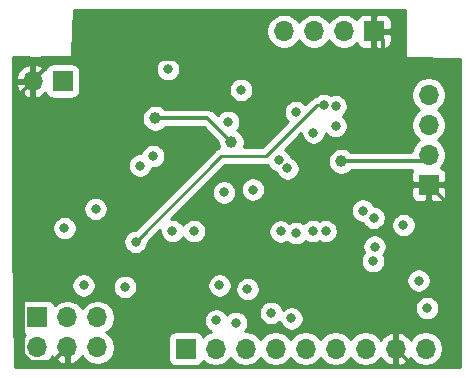
<source format=gbl>
%TF.GenerationSoftware,KiCad,Pcbnew,(5.1.9)-1*%
%TF.CreationDate,2021-04-22T14:42:40+05:30*%
%TF.ProjectId,arduinoclone,61726475-696e-46f6-936c-6f6e652e6b69,v1*%
%TF.SameCoordinates,Original*%
%TF.FileFunction,Copper,L6,Bot*%
%TF.FilePolarity,Positive*%
%FSLAX46Y46*%
G04 Gerber Fmt 4.6, Leading zero omitted, Abs format (unit mm)*
G04 Created by KiCad (PCBNEW (5.1.9)-1) date 2021-04-22 14:42:40*
%MOMM*%
%LPD*%
G01*
G04 APERTURE LIST*
%TA.AperFunction,ComponentPad*%
%ADD10R,1.700000X1.700000*%
%TD*%
%TA.AperFunction,ComponentPad*%
%ADD11O,1.700000X1.700000*%
%TD*%
%TA.AperFunction,ViaPad*%
%ADD12C,1.000000*%
%TD*%
%TA.AperFunction,ViaPad*%
%ADD13C,0.800000*%
%TD*%
%TA.AperFunction,Conductor*%
%ADD14C,0.300000*%
%TD*%
%TA.AperFunction,Conductor*%
%ADD15C,0.250000*%
%TD*%
%TA.AperFunction,Conductor*%
%ADD16C,0.254000*%
%TD*%
%TA.AperFunction,Conductor*%
%ADD17C,0.100000*%
%TD*%
G04 APERTURE END LIST*
D10*
%TO.P,BT1,1*%
%TO.N,/VCC*%
X124764800Y-83261200D03*
D11*
%TO.P,BT1,2*%
%TO.N,GNDPWR*%
X122224800Y-83261200D03*
%TD*%
D10*
%TO.P,J1,1*%
%TO.N,/MISO*%
X122631200Y-103276400D03*
D11*
%TO.P,J1,2*%
%TO.N,/SCK*%
X122631200Y-105816400D03*
%TO.P,J1,3*%
%TO.N,/RESET*%
X125171200Y-103276400D03*
%TO.P,J1,4*%
%TO.N,GNDPWR*%
X125171200Y-105816400D03*
%TO.P,J1,5*%
%TO.N,/MOSI*%
X127711200Y-103276400D03*
%TO.P,J1,6*%
%TO.N,/VCC*%
X127711200Y-105816400D03*
%TD*%
D10*
%TO.P,J2,1*%
%TO.N,/D2*%
X135178800Y-105918000D03*
D11*
%TO.P,J2,2*%
%TO.N,/D3*%
X137718800Y-105918000D03*
%TO.P,J2,3*%
%TO.N,/D4*%
X140258800Y-105918000D03*
%TO.P,J2,4*%
%TO.N,/D5*%
X142798800Y-105918000D03*
%TO.P,J2,5*%
%TO.N,/D6*%
X145338800Y-105918000D03*
%TO.P,J2,6*%
%TO.N,/D7*%
X147878800Y-105918000D03*
%TO.P,J2,7*%
%TO.N,/D8*%
X150418800Y-105918000D03*
%TO.P,J2,8*%
%TO.N,GNDPWR*%
X152958800Y-105918000D03*
%TO.P,J2,9*%
%TO.N,/VCC*%
X155498800Y-105918000D03*
%TD*%
%TO.P,J3,4*%
%TO.N,/TX*%
X143510000Y-79044800D03*
%TO.P,J3,3*%
%TO.N,/RX*%
X146050000Y-79044800D03*
%TO.P,J3,2*%
%TO.N,/VCC*%
X148590000Y-79044800D03*
D10*
%TO.P,J3,1*%
%TO.N,GNDPWR*%
X151130000Y-79044800D03*
%TD*%
%TO.P,J4,1*%
%TO.N,GNDPWR*%
X155752800Y-92049600D03*
D11*
%TO.P,J4,2*%
%TO.N,/VCC*%
X155752800Y-89509600D03*
%TO.P,J4,3*%
%TO.N,/SDA*%
X155752800Y-86969600D03*
%TO.P,J4,4*%
%TO.N,/SCK*%
X155752800Y-84429600D03*
%TD*%
D12*
%TO.N,/VCC*%
X148361400Y-90043000D03*
X132613400Y-86410800D03*
X139065000Y-88442800D03*
%TO.N,GNDPWR*%
X151892000Y-87376000D03*
X121374801Y-90158201D03*
D13*
%TO.N,Net-(C1-Pad1)*%
X133687200Y-82252200D03*
X143078200Y-89966800D03*
%TO.N,Net-(C2-Pad1)*%
X138785600Y-86725601D03*
X143799034Y-90659910D03*
%TO.N,/SCK*%
X154914600Y-100152200D03*
X144145000Y-103352600D03*
X138049000Y-100558600D03*
X140868400Y-92456000D03*
%TO.N,/MISO*%
X151104600Y-94843600D03*
X126542800Y-100558600D03*
%TO.N,/RESET*%
X146862800Y-85293200D03*
X130941409Y-96875600D03*
%TO.N,/MOSI*%
X130048000Y-100685600D03*
X150190200Y-94234000D03*
%TO.N,/D2*%
X145999200Y-87630000D03*
X137769600Y-103530400D03*
%TO.N,/D3*%
X139446000Y-103733600D03*
X139890001Y-84010001D03*
%TO.N,/D4*%
X140411200Y-100888800D03*
X144526000Y-85902800D03*
%TO.N,/D5*%
X143230600Y-95986600D03*
%TO.N,/D6*%
X144526000Y-96139000D03*
%TO.N,/D7*%
X145948400Y-95968599D03*
%TO.N,/D8*%
X147040600Y-95968599D03*
%TO.N,/SDA*%
X142417800Y-102895400D03*
X155639600Y-102495401D03*
X138430000Y-92684600D03*
X153619200Y-95453200D03*
%TO.N,Net-(U1-Pad1)*%
X127558800Y-94081600D03*
X151180800Y-97282000D03*
%TO.N,Net-(U1-Pad2)*%
X124917200Y-95707200D03*
X151028400Y-98501200D03*
%TO.N,/ADDS2*%
X131318000Y-90424000D03*
X134061200Y-95968599D03*
X147878800Y-85394800D03*
%TO.N,/ADDS1*%
X132435600Y-89611200D03*
X135890000Y-95968599D03*
X147878800Y-87071200D03*
%TD*%
D14*
%TO.N,/VCC*%
X155219400Y-90043000D02*
X155752800Y-89509600D01*
X148361400Y-90043000D02*
X155219400Y-90043000D01*
X132613400Y-86410800D02*
X137033000Y-86410800D01*
X137033000Y-86410800D02*
X139065000Y-88442800D01*
%TO.N,GNDPWR*%
X151892000Y-79806800D02*
X151130000Y-79044800D01*
X124079000Y-81407000D02*
X122224800Y-83261200D01*
X151892000Y-81407000D02*
X124079000Y-81407000D01*
X151892000Y-87376000D02*
X151892000Y-81407000D01*
X151892000Y-81407000D02*
X151892000Y-79806800D01*
X123971199Y-107016401D02*
X125171200Y-105816400D01*
X122055199Y-107016401D02*
X123971199Y-107016401D01*
X121374801Y-106336003D02*
X122055199Y-107016401D01*
X122224800Y-83261200D02*
X121374801Y-84111199D01*
X157454600Y-93751400D02*
X155752800Y-92049600D01*
X157048200Y-107492800D02*
X157454600Y-107086400D01*
X157454600Y-107086400D02*
X157454600Y-93751400D01*
X154533600Y-107492800D02*
X157048200Y-107492800D01*
X152958800Y-105918000D02*
X154533600Y-107492800D01*
X121374801Y-90158201D02*
X121374801Y-106336003D01*
X121374801Y-84111199D02*
X121374801Y-90158201D01*
D15*
%TO.N,/RESET*%
X138198210Y-89618799D02*
X130941409Y-96875600D01*
X141971516Y-89618799D02*
X138198210Y-89618799D01*
X146297115Y-85293200D02*
X141971516Y-89618799D01*
X146862800Y-85293200D02*
X146297115Y-85293200D01*
%TD*%
D16*
%TO.N,GNDPWR*%
X153746200Y-81178400D02*
X153748640Y-81203176D01*
X153755867Y-81227001D01*
X153767603Y-81248957D01*
X153783397Y-81268203D01*
X153802643Y-81283997D01*
X153824599Y-81295733D01*
X153848424Y-81302960D01*
X153870555Y-81305372D01*
X158445601Y-81400685D01*
X158445600Y-107493200D01*
X120723502Y-107493200D01*
X120655816Y-102426400D01*
X121143128Y-102426400D01*
X121143128Y-104126400D01*
X121155388Y-104250882D01*
X121191698Y-104370580D01*
X121250663Y-104480894D01*
X121330015Y-104577585D01*
X121426706Y-104656937D01*
X121537020Y-104715902D01*
X121609580Y-104737913D01*
X121477725Y-104869768D01*
X121315210Y-105112989D01*
X121203268Y-105383242D01*
X121146200Y-105670140D01*
X121146200Y-105962660D01*
X121203268Y-106249558D01*
X121315210Y-106519811D01*
X121477725Y-106763032D01*
X121684568Y-106969875D01*
X121927789Y-107132390D01*
X122198042Y-107244332D01*
X122484940Y-107301400D01*
X122777460Y-107301400D01*
X123064358Y-107244332D01*
X123334611Y-107132390D01*
X123577832Y-106969875D01*
X123784675Y-106763032D01*
X123906395Y-106580866D01*
X123976022Y-106697755D01*
X124170931Y-106913988D01*
X124404280Y-107088041D01*
X124667101Y-107213225D01*
X124814310Y-107257876D01*
X125044200Y-107136555D01*
X125044200Y-105943400D01*
X125024200Y-105943400D01*
X125024200Y-105689400D01*
X125044200Y-105689400D01*
X125044200Y-105669400D01*
X125298200Y-105669400D01*
X125298200Y-105689400D01*
X125318200Y-105689400D01*
X125318200Y-105943400D01*
X125298200Y-105943400D01*
X125298200Y-107136555D01*
X125528090Y-107257876D01*
X125675299Y-107213225D01*
X125938120Y-107088041D01*
X126171469Y-106913988D01*
X126366378Y-106697755D01*
X126436005Y-106580866D01*
X126557725Y-106763032D01*
X126764568Y-106969875D01*
X127007789Y-107132390D01*
X127278042Y-107244332D01*
X127564940Y-107301400D01*
X127857460Y-107301400D01*
X128144358Y-107244332D01*
X128414611Y-107132390D01*
X128657832Y-106969875D01*
X128864675Y-106763032D01*
X129027190Y-106519811D01*
X129139132Y-106249558D01*
X129196200Y-105962660D01*
X129196200Y-105670140D01*
X129139132Y-105383242D01*
X129027190Y-105112989D01*
X128997130Y-105068000D01*
X133690728Y-105068000D01*
X133690728Y-106768000D01*
X133702988Y-106892482D01*
X133739298Y-107012180D01*
X133798263Y-107122494D01*
X133877615Y-107219185D01*
X133974306Y-107298537D01*
X134084620Y-107357502D01*
X134204318Y-107393812D01*
X134328800Y-107406072D01*
X136028800Y-107406072D01*
X136153282Y-107393812D01*
X136272980Y-107357502D01*
X136383294Y-107298537D01*
X136479985Y-107219185D01*
X136559337Y-107122494D01*
X136618302Y-107012180D01*
X136640313Y-106939620D01*
X136772168Y-107071475D01*
X137015389Y-107233990D01*
X137285642Y-107345932D01*
X137572540Y-107403000D01*
X137865060Y-107403000D01*
X138151958Y-107345932D01*
X138422211Y-107233990D01*
X138665432Y-107071475D01*
X138872275Y-106864632D01*
X138988800Y-106690240D01*
X139105325Y-106864632D01*
X139312168Y-107071475D01*
X139555389Y-107233990D01*
X139825642Y-107345932D01*
X140112540Y-107403000D01*
X140405060Y-107403000D01*
X140691958Y-107345932D01*
X140962211Y-107233990D01*
X141205432Y-107071475D01*
X141412275Y-106864632D01*
X141528800Y-106690240D01*
X141645325Y-106864632D01*
X141852168Y-107071475D01*
X142095389Y-107233990D01*
X142365642Y-107345932D01*
X142652540Y-107403000D01*
X142945060Y-107403000D01*
X143231958Y-107345932D01*
X143502211Y-107233990D01*
X143745432Y-107071475D01*
X143952275Y-106864632D01*
X144068800Y-106690240D01*
X144185325Y-106864632D01*
X144392168Y-107071475D01*
X144635389Y-107233990D01*
X144905642Y-107345932D01*
X145192540Y-107403000D01*
X145485060Y-107403000D01*
X145771958Y-107345932D01*
X146042211Y-107233990D01*
X146285432Y-107071475D01*
X146492275Y-106864632D01*
X146608800Y-106690240D01*
X146725325Y-106864632D01*
X146932168Y-107071475D01*
X147175389Y-107233990D01*
X147445642Y-107345932D01*
X147732540Y-107403000D01*
X148025060Y-107403000D01*
X148311958Y-107345932D01*
X148582211Y-107233990D01*
X148825432Y-107071475D01*
X149032275Y-106864632D01*
X149148800Y-106690240D01*
X149265325Y-106864632D01*
X149472168Y-107071475D01*
X149715389Y-107233990D01*
X149985642Y-107345932D01*
X150272540Y-107403000D01*
X150565060Y-107403000D01*
X150851958Y-107345932D01*
X151122211Y-107233990D01*
X151365432Y-107071475D01*
X151572275Y-106864632D01*
X151693995Y-106682466D01*
X151763622Y-106799355D01*
X151958531Y-107015588D01*
X152191880Y-107189641D01*
X152454701Y-107314825D01*
X152601910Y-107359476D01*
X152831800Y-107238155D01*
X152831800Y-106045000D01*
X152811800Y-106045000D01*
X152811800Y-105791000D01*
X152831800Y-105791000D01*
X152831800Y-104597845D01*
X153085800Y-104597845D01*
X153085800Y-105791000D01*
X153105800Y-105791000D01*
X153105800Y-106045000D01*
X153085800Y-106045000D01*
X153085800Y-107238155D01*
X153315690Y-107359476D01*
X153462899Y-107314825D01*
X153725720Y-107189641D01*
X153959069Y-107015588D01*
X154153978Y-106799355D01*
X154223605Y-106682466D01*
X154345325Y-106864632D01*
X154552168Y-107071475D01*
X154795389Y-107233990D01*
X155065642Y-107345932D01*
X155352540Y-107403000D01*
X155645060Y-107403000D01*
X155931958Y-107345932D01*
X156202211Y-107233990D01*
X156445432Y-107071475D01*
X156652275Y-106864632D01*
X156814790Y-106621411D01*
X156926732Y-106351158D01*
X156983800Y-106064260D01*
X156983800Y-105771740D01*
X156926732Y-105484842D01*
X156814790Y-105214589D01*
X156652275Y-104971368D01*
X156445432Y-104764525D01*
X156202211Y-104602010D01*
X155931958Y-104490068D01*
X155645060Y-104433000D01*
X155352540Y-104433000D01*
X155065642Y-104490068D01*
X154795389Y-104602010D01*
X154552168Y-104764525D01*
X154345325Y-104971368D01*
X154223605Y-105153534D01*
X154153978Y-105036645D01*
X153959069Y-104820412D01*
X153725720Y-104646359D01*
X153462899Y-104521175D01*
X153315690Y-104476524D01*
X153085800Y-104597845D01*
X152831800Y-104597845D01*
X152601910Y-104476524D01*
X152454701Y-104521175D01*
X152191880Y-104646359D01*
X151958531Y-104820412D01*
X151763622Y-105036645D01*
X151693995Y-105153534D01*
X151572275Y-104971368D01*
X151365432Y-104764525D01*
X151122211Y-104602010D01*
X150851958Y-104490068D01*
X150565060Y-104433000D01*
X150272540Y-104433000D01*
X149985642Y-104490068D01*
X149715389Y-104602010D01*
X149472168Y-104764525D01*
X149265325Y-104971368D01*
X149148800Y-105145760D01*
X149032275Y-104971368D01*
X148825432Y-104764525D01*
X148582211Y-104602010D01*
X148311958Y-104490068D01*
X148025060Y-104433000D01*
X147732540Y-104433000D01*
X147445642Y-104490068D01*
X147175389Y-104602010D01*
X146932168Y-104764525D01*
X146725325Y-104971368D01*
X146608800Y-105145760D01*
X146492275Y-104971368D01*
X146285432Y-104764525D01*
X146042211Y-104602010D01*
X145771958Y-104490068D01*
X145485060Y-104433000D01*
X145192540Y-104433000D01*
X144905642Y-104490068D01*
X144635389Y-104602010D01*
X144392168Y-104764525D01*
X144185325Y-104971368D01*
X144068800Y-105145760D01*
X143952275Y-104971368D01*
X143745432Y-104764525D01*
X143502211Y-104602010D01*
X143231958Y-104490068D01*
X142945060Y-104433000D01*
X142652540Y-104433000D01*
X142365642Y-104490068D01*
X142095389Y-104602010D01*
X141852168Y-104764525D01*
X141645325Y-104971368D01*
X141528800Y-105145760D01*
X141412275Y-104971368D01*
X141205432Y-104764525D01*
X140962211Y-104602010D01*
X140691958Y-104490068D01*
X140405060Y-104433000D01*
X140210311Y-104433000D01*
X140249937Y-104393374D01*
X140363205Y-104223856D01*
X140441226Y-104035498D01*
X140481000Y-103835539D01*
X140481000Y-103631661D01*
X140441226Y-103431702D01*
X140363205Y-103243344D01*
X140249937Y-103073826D01*
X140105774Y-102929663D01*
X139936256Y-102816395D01*
X139880889Y-102793461D01*
X141382800Y-102793461D01*
X141382800Y-102997339D01*
X141422574Y-103197298D01*
X141500595Y-103385656D01*
X141613863Y-103555174D01*
X141758026Y-103699337D01*
X141927544Y-103812605D01*
X142115902Y-103890626D01*
X142315861Y-103930400D01*
X142519739Y-103930400D01*
X142719698Y-103890626D01*
X142908056Y-103812605D01*
X143077574Y-103699337D01*
X143145235Y-103631676D01*
X143149774Y-103654498D01*
X143227795Y-103842856D01*
X143341063Y-104012374D01*
X143485226Y-104156537D01*
X143654744Y-104269805D01*
X143843102Y-104347826D01*
X144043061Y-104387600D01*
X144246939Y-104387600D01*
X144446898Y-104347826D01*
X144635256Y-104269805D01*
X144804774Y-104156537D01*
X144948937Y-104012374D01*
X145062205Y-103842856D01*
X145140226Y-103654498D01*
X145180000Y-103454539D01*
X145180000Y-103250661D01*
X145140226Y-103050702D01*
X145062205Y-102862344D01*
X144948937Y-102692826D01*
X144804774Y-102548663D01*
X144635256Y-102435395D01*
X144534022Y-102393462D01*
X154604600Y-102393462D01*
X154604600Y-102597340D01*
X154644374Y-102797299D01*
X154722395Y-102985657D01*
X154835663Y-103155175D01*
X154979826Y-103299338D01*
X155149344Y-103412606D01*
X155337702Y-103490627D01*
X155537661Y-103530401D01*
X155741539Y-103530401D01*
X155941498Y-103490627D01*
X156129856Y-103412606D01*
X156299374Y-103299338D01*
X156443537Y-103155175D01*
X156556805Y-102985657D01*
X156634826Y-102797299D01*
X156674600Y-102597340D01*
X156674600Y-102393462D01*
X156634826Y-102193503D01*
X156556805Y-102005145D01*
X156443537Y-101835627D01*
X156299374Y-101691464D01*
X156129856Y-101578196D01*
X155941498Y-101500175D01*
X155741539Y-101460401D01*
X155537661Y-101460401D01*
X155337702Y-101500175D01*
X155149344Y-101578196D01*
X154979826Y-101691464D01*
X154835663Y-101835627D01*
X154722395Y-102005145D01*
X154644374Y-102193503D01*
X154604600Y-102393462D01*
X144534022Y-102393462D01*
X144446898Y-102357374D01*
X144246939Y-102317600D01*
X144043061Y-102317600D01*
X143843102Y-102357374D01*
X143654744Y-102435395D01*
X143485226Y-102548663D01*
X143417565Y-102616324D01*
X143413026Y-102593502D01*
X143335005Y-102405144D01*
X143221737Y-102235626D01*
X143077574Y-102091463D01*
X142908056Y-101978195D01*
X142719698Y-101900174D01*
X142519739Y-101860400D01*
X142315861Y-101860400D01*
X142115902Y-101900174D01*
X141927544Y-101978195D01*
X141758026Y-102091463D01*
X141613863Y-102235626D01*
X141500595Y-102405144D01*
X141422574Y-102593502D01*
X141382800Y-102793461D01*
X139880889Y-102793461D01*
X139747898Y-102738374D01*
X139547939Y-102698600D01*
X139344061Y-102698600D01*
X139144102Y-102738374D01*
X138955744Y-102816395D01*
X138786226Y-102929663D01*
X138682375Y-103033514D01*
X138573537Y-102870626D01*
X138429374Y-102726463D01*
X138259856Y-102613195D01*
X138071498Y-102535174D01*
X137871539Y-102495400D01*
X137667661Y-102495400D01*
X137467702Y-102535174D01*
X137279344Y-102613195D01*
X137109826Y-102726463D01*
X136965663Y-102870626D01*
X136852395Y-103040144D01*
X136774374Y-103228502D01*
X136734600Y-103428461D01*
X136734600Y-103632339D01*
X136774374Y-103832298D01*
X136852395Y-104020656D01*
X136965663Y-104190174D01*
X137109826Y-104334337D01*
X137279344Y-104447605D01*
X137350643Y-104477138D01*
X137285642Y-104490068D01*
X137015389Y-104602010D01*
X136772168Y-104764525D01*
X136640313Y-104896380D01*
X136618302Y-104823820D01*
X136559337Y-104713506D01*
X136479985Y-104616815D01*
X136383294Y-104537463D01*
X136272980Y-104478498D01*
X136153282Y-104442188D01*
X136028800Y-104429928D01*
X134328800Y-104429928D01*
X134204318Y-104442188D01*
X134084620Y-104478498D01*
X133974306Y-104537463D01*
X133877615Y-104616815D01*
X133798263Y-104713506D01*
X133739298Y-104823820D01*
X133702988Y-104943518D01*
X133690728Y-105068000D01*
X128997130Y-105068000D01*
X128864675Y-104869768D01*
X128657832Y-104662925D01*
X128483440Y-104546400D01*
X128657832Y-104429875D01*
X128864675Y-104223032D01*
X129027190Y-103979811D01*
X129139132Y-103709558D01*
X129196200Y-103422660D01*
X129196200Y-103130140D01*
X129139132Y-102843242D01*
X129027190Y-102572989D01*
X128864675Y-102329768D01*
X128657832Y-102122925D01*
X128414611Y-101960410D01*
X128144358Y-101848468D01*
X127857460Y-101791400D01*
X127564940Y-101791400D01*
X127278042Y-101848468D01*
X127007789Y-101960410D01*
X126764568Y-102122925D01*
X126557725Y-102329768D01*
X126441200Y-102504160D01*
X126324675Y-102329768D01*
X126117832Y-102122925D01*
X125874611Y-101960410D01*
X125604358Y-101848468D01*
X125317460Y-101791400D01*
X125024940Y-101791400D01*
X124738042Y-101848468D01*
X124467789Y-101960410D01*
X124224568Y-102122925D01*
X124092713Y-102254780D01*
X124070702Y-102182220D01*
X124011737Y-102071906D01*
X123932385Y-101975215D01*
X123835694Y-101895863D01*
X123725380Y-101836898D01*
X123605682Y-101800588D01*
X123481200Y-101788328D01*
X121781200Y-101788328D01*
X121656718Y-101800588D01*
X121537020Y-101836898D01*
X121426706Y-101895863D01*
X121330015Y-101975215D01*
X121250663Y-102071906D01*
X121191698Y-102182220D01*
X121155388Y-102301918D01*
X121143128Y-102426400D01*
X120655816Y-102426400D01*
X120629503Y-100456661D01*
X125507800Y-100456661D01*
X125507800Y-100660539D01*
X125547574Y-100860498D01*
X125625595Y-101048856D01*
X125738863Y-101218374D01*
X125883026Y-101362537D01*
X126052544Y-101475805D01*
X126240902Y-101553826D01*
X126440861Y-101593600D01*
X126644739Y-101593600D01*
X126844698Y-101553826D01*
X127033056Y-101475805D01*
X127202574Y-101362537D01*
X127346737Y-101218374D01*
X127460005Y-101048856D01*
X127538026Y-100860498D01*
X127577800Y-100660539D01*
X127577800Y-100583661D01*
X129013000Y-100583661D01*
X129013000Y-100787539D01*
X129052774Y-100987498D01*
X129130795Y-101175856D01*
X129244063Y-101345374D01*
X129388226Y-101489537D01*
X129557744Y-101602805D01*
X129746102Y-101680826D01*
X129946061Y-101720600D01*
X130149939Y-101720600D01*
X130349898Y-101680826D01*
X130538256Y-101602805D01*
X130707774Y-101489537D01*
X130851937Y-101345374D01*
X130965205Y-101175856D01*
X131043226Y-100987498D01*
X131083000Y-100787539D01*
X131083000Y-100583661D01*
X131057739Y-100456661D01*
X137014000Y-100456661D01*
X137014000Y-100660539D01*
X137053774Y-100860498D01*
X137131795Y-101048856D01*
X137245063Y-101218374D01*
X137389226Y-101362537D01*
X137558744Y-101475805D01*
X137747102Y-101553826D01*
X137947061Y-101593600D01*
X138150939Y-101593600D01*
X138350898Y-101553826D01*
X138539256Y-101475805D01*
X138708774Y-101362537D01*
X138852937Y-101218374D01*
X138966205Y-101048856D01*
X139044226Y-100860498D01*
X139058873Y-100786861D01*
X139376200Y-100786861D01*
X139376200Y-100990739D01*
X139415974Y-101190698D01*
X139493995Y-101379056D01*
X139607263Y-101548574D01*
X139751426Y-101692737D01*
X139920944Y-101806005D01*
X140109302Y-101884026D01*
X140309261Y-101923800D01*
X140513139Y-101923800D01*
X140713098Y-101884026D01*
X140901456Y-101806005D01*
X141070974Y-101692737D01*
X141215137Y-101548574D01*
X141328405Y-101379056D01*
X141406426Y-101190698D01*
X141446200Y-100990739D01*
X141446200Y-100786861D01*
X141406426Y-100586902D01*
X141328405Y-100398544D01*
X141215137Y-100229026D01*
X141070974Y-100084863D01*
X141019189Y-100050261D01*
X153879600Y-100050261D01*
X153879600Y-100254139D01*
X153919374Y-100454098D01*
X153997395Y-100642456D01*
X154110663Y-100811974D01*
X154254826Y-100956137D01*
X154424344Y-101069405D01*
X154612702Y-101147426D01*
X154812661Y-101187200D01*
X155016539Y-101187200D01*
X155216498Y-101147426D01*
X155404856Y-101069405D01*
X155574374Y-100956137D01*
X155718537Y-100811974D01*
X155831805Y-100642456D01*
X155909826Y-100454098D01*
X155949600Y-100254139D01*
X155949600Y-100050261D01*
X155909826Y-99850302D01*
X155831805Y-99661944D01*
X155718537Y-99492426D01*
X155574374Y-99348263D01*
X155404856Y-99234995D01*
X155216498Y-99156974D01*
X155016539Y-99117200D01*
X154812661Y-99117200D01*
X154612702Y-99156974D01*
X154424344Y-99234995D01*
X154254826Y-99348263D01*
X154110663Y-99492426D01*
X153997395Y-99661944D01*
X153919374Y-99850302D01*
X153879600Y-100050261D01*
X141019189Y-100050261D01*
X140901456Y-99971595D01*
X140713098Y-99893574D01*
X140513139Y-99853800D01*
X140309261Y-99853800D01*
X140109302Y-99893574D01*
X139920944Y-99971595D01*
X139751426Y-100084863D01*
X139607263Y-100229026D01*
X139493995Y-100398544D01*
X139415974Y-100586902D01*
X139376200Y-100786861D01*
X139058873Y-100786861D01*
X139084000Y-100660539D01*
X139084000Y-100456661D01*
X139044226Y-100256702D01*
X138966205Y-100068344D01*
X138852937Y-99898826D01*
X138708774Y-99754663D01*
X138539256Y-99641395D01*
X138350898Y-99563374D01*
X138150939Y-99523600D01*
X137947061Y-99523600D01*
X137747102Y-99563374D01*
X137558744Y-99641395D01*
X137389226Y-99754663D01*
X137245063Y-99898826D01*
X137131795Y-100068344D01*
X137053774Y-100256702D01*
X137014000Y-100456661D01*
X131057739Y-100456661D01*
X131043226Y-100383702D01*
X130965205Y-100195344D01*
X130851937Y-100025826D01*
X130707774Y-99881663D01*
X130538256Y-99768395D01*
X130349898Y-99690374D01*
X130149939Y-99650600D01*
X129946061Y-99650600D01*
X129746102Y-99690374D01*
X129557744Y-99768395D01*
X129388226Y-99881663D01*
X129244063Y-100025826D01*
X129130795Y-100195344D01*
X129052774Y-100383702D01*
X129013000Y-100583661D01*
X127577800Y-100583661D01*
X127577800Y-100456661D01*
X127538026Y-100256702D01*
X127460005Y-100068344D01*
X127346737Y-99898826D01*
X127202574Y-99754663D01*
X127033056Y-99641395D01*
X126844698Y-99563374D01*
X126644739Y-99523600D01*
X126440861Y-99523600D01*
X126240902Y-99563374D01*
X126052544Y-99641395D01*
X125883026Y-99754663D01*
X125738863Y-99898826D01*
X125625595Y-100068344D01*
X125547574Y-100256702D01*
X125507800Y-100456661D01*
X120629503Y-100456661D01*
X120602019Y-98399261D01*
X149993400Y-98399261D01*
X149993400Y-98603139D01*
X150033174Y-98803098D01*
X150111195Y-98991456D01*
X150224463Y-99160974D01*
X150368626Y-99305137D01*
X150538144Y-99418405D01*
X150726502Y-99496426D01*
X150926461Y-99536200D01*
X151130339Y-99536200D01*
X151330298Y-99496426D01*
X151518656Y-99418405D01*
X151688174Y-99305137D01*
X151832337Y-99160974D01*
X151945605Y-98991456D01*
X152023626Y-98803098D01*
X152063400Y-98603139D01*
X152063400Y-98399261D01*
X152023626Y-98199302D01*
X151945605Y-98010944D01*
X151933573Y-97992938D01*
X151984737Y-97941774D01*
X152098005Y-97772256D01*
X152176026Y-97583898D01*
X152215800Y-97383939D01*
X152215800Y-97180061D01*
X152176026Y-96980102D01*
X152098005Y-96791744D01*
X151984737Y-96622226D01*
X151840574Y-96478063D01*
X151671056Y-96364795D01*
X151482698Y-96286774D01*
X151282739Y-96247000D01*
X151078861Y-96247000D01*
X150878902Y-96286774D01*
X150690544Y-96364795D01*
X150521026Y-96478063D01*
X150376863Y-96622226D01*
X150263595Y-96791744D01*
X150185574Y-96980102D01*
X150145800Y-97180061D01*
X150145800Y-97383939D01*
X150185574Y-97583898D01*
X150263595Y-97772256D01*
X150275627Y-97790262D01*
X150224463Y-97841426D01*
X150111195Y-98010944D01*
X150033174Y-98199302D01*
X149993400Y-98399261D01*
X120602019Y-98399261D01*
X120580303Y-96773661D01*
X129906409Y-96773661D01*
X129906409Y-96977539D01*
X129946183Y-97177498D01*
X130024204Y-97365856D01*
X130137472Y-97535374D01*
X130281635Y-97679537D01*
X130451153Y-97792805D01*
X130639511Y-97870826D01*
X130839470Y-97910600D01*
X131043348Y-97910600D01*
X131243307Y-97870826D01*
X131431665Y-97792805D01*
X131601183Y-97679537D01*
X131745346Y-97535374D01*
X131858614Y-97365856D01*
X131936635Y-97177498D01*
X131976409Y-96977539D01*
X131976409Y-96915401D01*
X133026461Y-95865350D01*
X133026200Y-95866660D01*
X133026200Y-96070538D01*
X133065974Y-96270497D01*
X133143995Y-96458855D01*
X133257263Y-96628373D01*
X133401426Y-96772536D01*
X133570944Y-96885804D01*
X133759302Y-96963825D01*
X133959261Y-97003599D01*
X134163139Y-97003599D01*
X134363098Y-96963825D01*
X134551456Y-96885804D01*
X134720974Y-96772536D01*
X134865137Y-96628373D01*
X134975600Y-96463053D01*
X135086063Y-96628373D01*
X135230226Y-96772536D01*
X135399744Y-96885804D01*
X135588102Y-96963825D01*
X135788061Y-97003599D01*
X135991939Y-97003599D01*
X136191898Y-96963825D01*
X136380256Y-96885804D01*
X136549774Y-96772536D01*
X136693937Y-96628373D01*
X136807205Y-96458855D01*
X136885226Y-96270497D01*
X136925000Y-96070538D01*
X136925000Y-95884661D01*
X142195600Y-95884661D01*
X142195600Y-96088539D01*
X142235374Y-96288498D01*
X142313395Y-96476856D01*
X142426663Y-96646374D01*
X142570826Y-96790537D01*
X142740344Y-96903805D01*
X142928702Y-96981826D01*
X143128661Y-97021600D01*
X143332539Y-97021600D01*
X143532498Y-96981826D01*
X143720856Y-96903805D01*
X143784541Y-96861252D01*
X143866226Y-96942937D01*
X144035744Y-97056205D01*
X144224102Y-97134226D01*
X144424061Y-97174000D01*
X144627939Y-97174000D01*
X144827898Y-97134226D01*
X145016256Y-97056205D01*
X145185774Y-96942937D01*
X145329119Y-96799592D01*
X145458144Y-96885804D01*
X145646502Y-96963825D01*
X145846461Y-97003599D01*
X146050339Y-97003599D01*
X146250298Y-96963825D01*
X146438656Y-96885804D01*
X146494500Y-96848490D01*
X146550344Y-96885804D01*
X146738702Y-96963825D01*
X146938661Y-97003599D01*
X147142539Y-97003599D01*
X147342498Y-96963825D01*
X147530856Y-96885804D01*
X147700374Y-96772536D01*
X147844537Y-96628373D01*
X147957805Y-96458855D01*
X148035826Y-96270497D01*
X148075600Y-96070538D01*
X148075600Y-95866660D01*
X148035826Y-95666701D01*
X147957805Y-95478343D01*
X147844537Y-95308825D01*
X147700374Y-95164662D01*
X147530856Y-95051394D01*
X147342498Y-94973373D01*
X147142539Y-94933599D01*
X146938661Y-94933599D01*
X146738702Y-94973373D01*
X146550344Y-95051394D01*
X146494500Y-95088708D01*
X146438656Y-95051394D01*
X146250298Y-94973373D01*
X146050339Y-94933599D01*
X145846461Y-94933599D01*
X145646502Y-94973373D01*
X145458144Y-95051394D01*
X145288626Y-95164662D01*
X145145281Y-95308007D01*
X145016256Y-95221795D01*
X144827898Y-95143774D01*
X144627939Y-95104000D01*
X144424061Y-95104000D01*
X144224102Y-95143774D01*
X144035744Y-95221795D01*
X143972059Y-95264348D01*
X143890374Y-95182663D01*
X143720856Y-95069395D01*
X143532498Y-94991374D01*
X143332539Y-94951600D01*
X143128661Y-94951600D01*
X142928702Y-94991374D01*
X142740344Y-95069395D01*
X142570826Y-95182663D01*
X142426663Y-95326826D01*
X142313395Y-95496344D01*
X142235374Y-95684702D01*
X142195600Y-95884661D01*
X136925000Y-95884661D01*
X136925000Y-95866660D01*
X136885226Y-95666701D01*
X136807205Y-95478343D01*
X136693937Y-95308825D01*
X136549774Y-95164662D01*
X136380256Y-95051394D01*
X136191898Y-94973373D01*
X135991939Y-94933599D01*
X135788061Y-94933599D01*
X135588102Y-94973373D01*
X135399744Y-95051394D01*
X135230226Y-95164662D01*
X135086063Y-95308825D01*
X134975600Y-95474145D01*
X134865137Y-95308825D01*
X134720974Y-95164662D01*
X134551456Y-95051394D01*
X134363098Y-94973373D01*
X134163139Y-94933599D01*
X133959261Y-94933599D01*
X133957951Y-94933860D01*
X134759750Y-94132061D01*
X149155200Y-94132061D01*
X149155200Y-94335939D01*
X149194974Y-94535898D01*
X149272995Y-94724256D01*
X149386263Y-94893774D01*
X149530426Y-95037937D01*
X149699944Y-95151205D01*
X149888302Y-95229226D01*
X150088261Y-95269000D01*
X150160531Y-95269000D01*
X150187395Y-95333856D01*
X150300663Y-95503374D01*
X150444826Y-95647537D01*
X150614344Y-95760805D01*
X150802702Y-95838826D01*
X151002661Y-95878600D01*
X151206539Y-95878600D01*
X151406498Y-95838826D01*
X151594856Y-95760805D01*
X151764374Y-95647537D01*
X151908537Y-95503374D01*
X152010175Y-95351261D01*
X152584200Y-95351261D01*
X152584200Y-95555139D01*
X152623974Y-95755098D01*
X152701995Y-95943456D01*
X152815263Y-96112974D01*
X152959426Y-96257137D01*
X153128944Y-96370405D01*
X153317302Y-96448426D01*
X153517261Y-96488200D01*
X153721139Y-96488200D01*
X153921098Y-96448426D01*
X154109456Y-96370405D01*
X154278974Y-96257137D01*
X154423137Y-96112974D01*
X154536405Y-95943456D01*
X154614426Y-95755098D01*
X154654200Y-95555139D01*
X154654200Y-95351261D01*
X154614426Y-95151302D01*
X154536405Y-94962944D01*
X154423137Y-94793426D01*
X154278974Y-94649263D01*
X154109456Y-94535995D01*
X153921098Y-94457974D01*
X153721139Y-94418200D01*
X153517261Y-94418200D01*
X153317302Y-94457974D01*
X153128944Y-94535995D01*
X152959426Y-94649263D01*
X152815263Y-94793426D01*
X152701995Y-94962944D01*
X152623974Y-95151302D01*
X152584200Y-95351261D01*
X152010175Y-95351261D01*
X152021805Y-95333856D01*
X152099826Y-95145498D01*
X152139600Y-94945539D01*
X152139600Y-94741661D01*
X152099826Y-94541702D01*
X152021805Y-94353344D01*
X151908537Y-94183826D01*
X151764374Y-94039663D01*
X151594856Y-93926395D01*
X151406498Y-93848374D01*
X151206539Y-93808600D01*
X151134269Y-93808600D01*
X151107405Y-93743744D01*
X150994137Y-93574226D01*
X150849974Y-93430063D01*
X150680456Y-93316795D01*
X150492098Y-93238774D01*
X150292139Y-93199000D01*
X150088261Y-93199000D01*
X149888302Y-93238774D01*
X149699944Y-93316795D01*
X149530426Y-93430063D01*
X149386263Y-93574226D01*
X149272995Y-93743744D01*
X149194974Y-93932102D01*
X149155200Y-94132061D01*
X134759750Y-94132061D01*
X136309150Y-92582661D01*
X137395000Y-92582661D01*
X137395000Y-92786539D01*
X137434774Y-92986498D01*
X137512795Y-93174856D01*
X137626063Y-93344374D01*
X137770226Y-93488537D01*
X137939744Y-93601805D01*
X138128102Y-93679826D01*
X138328061Y-93719600D01*
X138531939Y-93719600D01*
X138731898Y-93679826D01*
X138920256Y-93601805D01*
X139089774Y-93488537D01*
X139233937Y-93344374D01*
X139347205Y-93174856D01*
X139425226Y-92986498D01*
X139465000Y-92786539D01*
X139465000Y-92582661D01*
X139425226Y-92382702D01*
X139413363Y-92354061D01*
X139833400Y-92354061D01*
X139833400Y-92557939D01*
X139873174Y-92757898D01*
X139951195Y-92946256D01*
X140064463Y-93115774D01*
X140208626Y-93259937D01*
X140378144Y-93373205D01*
X140566502Y-93451226D01*
X140766461Y-93491000D01*
X140970339Y-93491000D01*
X141170298Y-93451226D01*
X141358656Y-93373205D01*
X141528174Y-93259937D01*
X141672337Y-93115774D01*
X141785605Y-92946256D01*
X141804930Y-92899600D01*
X154264728Y-92899600D01*
X154276988Y-93024082D01*
X154313298Y-93143780D01*
X154372263Y-93254094D01*
X154451615Y-93350785D01*
X154548306Y-93430137D01*
X154658620Y-93489102D01*
X154778318Y-93525412D01*
X154902800Y-93537672D01*
X155467050Y-93534600D01*
X155625800Y-93375850D01*
X155625800Y-92176600D01*
X155879800Y-92176600D01*
X155879800Y-93375850D01*
X156038550Y-93534600D01*
X156602800Y-93537672D01*
X156727282Y-93525412D01*
X156846980Y-93489102D01*
X156957294Y-93430137D01*
X157053985Y-93350785D01*
X157133337Y-93254094D01*
X157192302Y-93143780D01*
X157228612Y-93024082D01*
X157240872Y-92899600D01*
X157237800Y-92335350D01*
X157079050Y-92176600D01*
X155879800Y-92176600D01*
X155625800Y-92176600D01*
X154426550Y-92176600D01*
X154267800Y-92335350D01*
X154264728Y-92899600D01*
X141804930Y-92899600D01*
X141863626Y-92757898D01*
X141903400Y-92557939D01*
X141903400Y-92354061D01*
X141863626Y-92154102D01*
X141785605Y-91965744D01*
X141672337Y-91796226D01*
X141528174Y-91652063D01*
X141358656Y-91538795D01*
X141170298Y-91460774D01*
X140970339Y-91421000D01*
X140766461Y-91421000D01*
X140566502Y-91460774D01*
X140378144Y-91538795D01*
X140208626Y-91652063D01*
X140064463Y-91796226D01*
X139951195Y-91965744D01*
X139873174Y-92154102D01*
X139833400Y-92354061D01*
X139413363Y-92354061D01*
X139347205Y-92194344D01*
X139233937Y-92024826D01*
X139089774Y-91880663D01*
X138920256Y-91767395D01*
X138731898Y-91689374D01*
X138531939Y-91649600D01*
X138328061Y-91649600D01*
X138128102Y-91689374D01*
X137939744Y-91767395D01*
X137770226Y-91880663D01*
X137626063Y-92024826D01*
X137512795Y-92194344D01*
X137434774Y-92382702D01*
X137395000Y-92582661D01*
X136309150Y-92582661D01*
X138513013Y-90378799D01*
X141934194Y-90378799D01*
X141971516Y-90382475D01*
X142008838Y-90378799D01*
X142008849Y-90378799D01*
X142120502Y-90367802D01*
X142123631Y-90366853D01*
X142160995Y-90457056D01*
X142274263Y-90626574D01*
X142418426Y-90770737D01*
X142587944Y-90884005D01*
X142776302Y-90962026D01*
X142806376Y-90968008D01*
X142881829Y-91150166D01*
X142995097Y-91319684D01*
X143139260Y-91463847D01*
X143308778Y-91577115D01*
X143497136Y-91655136D01*
X143697095Y-91694910D01*
X143900973Y-91694910D01*
X144100932Y-91655136D01*
X144289290Y-91577115D01*
X144458808Y-91463847D01*
X144602971Y-91319684D01*
X144716239Y-91150166D01*
X144794260Y-90961808D01*
X144834034Y-90761849D01*
X144834034Y-90557971D01*
X144794260Y-90358012D01*
X144716239Y-90169654D01*
X144602971Y-90000136D01*
X144534047Y-89931212D01*
X147226400Y-89931212D01*
X147226400Y-90154788D01*
X147270017Y-90374067D01*
X147355576Y-90580624D01*
X147479788Y-90766520D01*
X147637880Y-90924612D01*
X147823776Y-91048824D01*
X148030333Y-91134383D01*
X148249612Y-91178000D01*
X148473188Y-91178000D01*
X148692467Y-91134383D01*
X148899024Y-91048824D01*
X149084920Y-90924612D01*
X149181532Y-90828000D01*
X154386301Y-90828000D01*
X154372263Y-90845106D01*
X154313298Y-90955420D01*
X154276988Y-91075118D01*
X154264728Y-91199600D01*
X154267800Y-91763850D01*
X154426550Y-91922600D01*
X155625800Y-91922600D01*
X155625800Y-91902600D01*
X155879800Y-91902600D01*
X155879800Y-91922600D01*
X157079050Y-91922600D01*
X157237800Y-91763850D01*
X157240872Y-91199600D01*
X157228612Y-91075118D01*
X157192302Y-90955420D01*
X157133337Y-90845106D01*
X157053985Y-90748415D01*
X156957294Y-90669063D01*
X156846980Y-90610098D01*
X156774420Y-90588087D01*
X156906275Y-90456232D01*
X157068790Y-90213011D01*
X157180732Y-89942758D01*
X157237800Y-89655860D01*
X157237800Y-89363340D01*
X157180732Y-89076442D01*
X157068790Y-88806189D01*
X156906275Y-88562968D01*
X156699432Y-88356125D01*
X156525040Y-88239600D01*
X156699432Y-88123075D01*
X156906275Y-87916232D01*
X157068790Y-87673011D01*
X157180732Y-87402758D01*
X157237800Y-87115860D01*
X157237800Y-86823340D01*
X157180732Y-86536442D01*
X157068790Y-86266189D01*
X156906275Y-86022968D01*
X156699432Y-85816125D01*
X156525040Y-85699600D01*
X156699432Y-85583075D01*
X156906275Y-85376232D01*
X157068790Y-85133011D01*
X157180732Y-84862758D01*
X157237800Y-84575860D01*
X157237800Y-84283340D01*
X157180732Y-83996442D01*
X157068790Y-83726189D01*
X156906275Y-83482968D01*
X156699432Y-83276125D01*
X156456211Y-83113610D01*
X156185958Y-83001668D01*
X155899060Y-82944600D01*
X155606540Y-82944600D01*
X155319642Y-83001668D01*
X155049389Y-83113610D01*
X154806168Y-83276125D01*
X154599325Y-83482968D01*
X154436810Y-83726189D01*
X154324868Y-83996442D01*
X154267800Y-84283340D01*
X154267800Y-84575860D01*
X154324868Y-84862758D01*
X154436810Y-85133011D01*
X154599325Y-85376232D01*
X154806168Y-85583075D01*
X154980560Y-85699600D01*
X154806168Y-85816125D01*
X154599325Y-86022968D01*
X154436810Y-86266189D01*
X154324868Y-86536442D01*
X154267800Y-86823340D01*
X154267800Y-87115860D01*
X154324868Y-87402758D01*
X154436810Y-87673011D01*
X154599325Y-87916232D01*
X154806168Y-88123075D01*
X154980560Y-88239600D01*
X154806168Y-88356125D01*
X154599325Y-88562968D01*
X154436810Y-88806189D01*
X154324868Y-89076442D01*
X154288754Y-89258000D01*
X149181532Y-89258000D01*
X149084920Y-89161388D01*
X148899024Y-89037176D01*
X148692467Y-88951617D01*
X148473188Y-88908000D01*
X148249612Y-88908000D01*
X148030333Y-88951617D01*
X147823776Y-89037176D01*
X147637880Y-89161388D01*
X147479788Y-89319480D01*
X147355576Y-89505376D01*
X147270017Y-89711933D01*
X147226400Y-89931212D01*
X144534047Y-89931212D01*
X144458808Y-89855973D01*
X144289290Y-89742705D01*
X144100932Y-89664684D01*
X144070858Y-89658702D01*
X143995405Y-89476544D01*
X143882137Y-89307026D01*
X143737974Y-89162863D01*
X143596670Y-89068447D01*
X144964200Y-87700917D01*
X144964200Y-87731939D01*
X145003974Y-87931898D01*
X145081995Y-88120256D01*
X145195263Y-88289774D01*
X145339426Y-88433937D01*
X145508944Y-88547205D01*
X145697302Y-88625226D01*
X145897261Y-88665000D01*
X146101139Y-88665000D01*
X146301098Y-88625226D01*
X146489456Y-88547205D01*
X146658974Y-88433937D01*
X146803137Y-88289774D01*
X146916405Y-88120256D01*
X146994426Y-87931898D01*
X147034200Y-87731939D01*
X147034200Y-87670117D01*
X147074863Y-87730974D01*
X147219026Y-87875137D01*
X147388544Y-87988405D01*
X147576902Y-88066426D01*
X147776861Y-88106200D01*
X147980739Y-88106200D01*
X148180698Y-88066426D01*
X148369056Y-87988405D01*
X148538574Y-87875137D01*
X148682737Y-87730974D01*
X148796005Y-87561456D01*
X148874026Y-87373098D01*
X148913800Y-87173139D01*
X148913800Y-86969261D01*
X148874026Y-86769302D01*
X148796005Y-86580944D01*
X148682737Y-86411426D01*
X148538574Y-86267263D01*
X148487296Y-86233000D01*
X148538574Y-86198737D01*
X148682737Y-86054574D01*
X148796005Y-85885056D01*
X148874026Y-85696698D01*
X148913800Y-85496739D01*
X148913800Y-85292861D01*
X148874026Y-85092902D01*
X148796005Y-84904544D01*
X148682737Y-84735026D01*
X148538574Y-84590863D01*
X148369056Y-84477595D01*
X148180698Y-84399574D01*
X147980739Y-84359800D01*
X147776861Y-84359800D01*
X147576902Y-84399574D01*
X147460503Y-84447788D01*
X147353056Y-84375995D01*
X147164698Y-84297974D01*
X146964739Y-84258200D01*
X146760861Y-84258200D01*
X146560902Y-84297974D01*
X146372544Y-84375995D01*
X146203026Y-84489263D01*
X146148076Y-84544213D01*
X146004868Y-84587654D01*
X145872839Y-84658226D01*
X145757114Y-84753199D01*
X145733316Y-84782197D01*
X145301212Y-85214301D01*
X145185774Y-85098863D01*
X145016256Y-84985595D01*
X144827898Y-84907574D01*
X144627939Y-84867800D01*
X144424061Y-84867800D01*
X144224102Y-84907574D01*
X144035744Y-84985595D01*
X143866226Y-85098863D01*
X143722063Y-85243026D01*
X143608795Y-85412544D01*
X143530774Y-85600902D01*
X143491000Y-85800861D01*
X143491000Y-86004739D01*
X143530774Y-86204698D01*
X143608795Y-86393056D01*
X143722063Y-86562574D01*
X143837501Y-86678012D01*
X141656715Y-88858799D01*
X140121203Y-88858799D01*
X140156383Y-88773867D01*
X140200000Y-88554588D01*
X140200000Y-88331012D01*
X140156383Y-88111733D01*
X140070824Y-87905176D01*
X139946612Y-87719280D01*
X139788520Y-87561188D01*
X139602624Y-87436976D01*
X139556883Y-87418029D01*
X139589537Y-87385375D01*
X139702805Y-87215857D01*
X139780826Y-87027499D01*
X139820600Y-86827540D01*
X139820600Y-86623662D01*
X139780826Y-86423703D01*
X139702805Y-86235345D01*
X139589537Y-86065827D01*
X139445374Y-85921664D01*
X139275856Y-85808396D01*
X139087498Y-85730375D01*
X138887539Y-85690601D01*
X138683661Y-85690601D01*
X138483702Y-85730375D01*
X138295344Y-85808396D01*
X138125826Y-85921664D01*
X137981663Y-86065827D01*
X137908172Y-86175815D01*
X137615347Y-85882990D01*
X137590764Y-85853036D01*
X137471233Y-85754938D01*
X137334860Y-85682046D01*
X137186887Y-85637159D01*
X137071561Y-85625800D01*
X137071553Y-85625800D01*
X137033000Y-85622003D01*
X136994447Y-85625800D01*
X133433532Y-85625800D01*
X133336920Y-85529188D01*
X133151024Y-85404976D01*
X132944467Y-85319417D01*
X132725188Y-85275800D01*
X132501612Y-85275800D01*
X132282333Y-85319417D01*
X132075776Y-85404976D01*
X131889880Y-85529188D01*
X131731788Y-85687280D01*
X131607576Y-85873176D01*
X131522017Y-86079733D01*
X131478400Y-86299012D01*
X131478400Y-86522588D01*
X131522017Y-86741867D01*
X131607576Y-86948424D01*
X131731788Y-87134320D01*
X131889880Y-87292412D01*
X132075776Y-87416624D01*
X132282333Y-87502183D01*
X132501612Y-87545800D01*
X132725188Y-87545800D01*
X132944467Y-87502183D01*
X133151024Y-87416624D01*
X133336920Y-87292412D01*
X133433532Y-87195800D01*
X136707843Y-87195800D01*
X137930000Y-88417958D01*
X137930000Y-88554588D01*
X137973617Y-88773867D01*
X138017356Y-88879463D01*
X137905963Y-88913253D01*
X137773934Y-88983825D01*
X137773932Y-88983826D01*
X137773933Y-88983826D01*
X137687206Y-89055000D01*
X137687202Y-89055004D01*
X137658209Y-89078798D01*
X137634415Y-89107791D01*
X130901608Y-95840600D01*
X130839470Y-95840600D01*
X130639511Y-95880374D01*
X130451153Y-95958395D01*
X130281635Y-96071663D01*
X130137472Y-96215826D01*
X130024204Y-96385344D01*
X129946183Y-96573702D01*
X129906409Y-96773661D01*
X120580303Y-96773661D01*
X120564694Y-95605261D01*
X123882200Y-95605261D01*
X123882200Y-95809139D01*
X123921974Y-96009098D01*
X123999995Y-96197456D01*
X124113263Y-96366974D01*
X124257426Y-96511137D01*
X124426944Y-96624405D01*
X124615302Y-96702426D01*
X124815261Y-96742200D01*
X125019139Y-96742200D01*
X125219098Y-96702426D01*
X125407456Y-96624405D01*
X125576974Y-96511137D01*
X125721137Y-96366974D01*
X125834405Y-96197456D01*
X125912426Y-96009098D01*
X125952200Y-95809139D01*
X125952200Y-95605261D01*
X125912426Y-95405302D01*
X125834405Y-95216944D01*
X125721137Y-95047426D01*
X125576974Y-94903263D01*
X125407456Y-94789995D01*
X125219098Y-94711974D01*
X125019139Y-94672200D01*
X124815261Y-94672200D01*
X124615302Y-94711974D01*
X124426944Y-94789995D01*
X124257426Y-94903263D01*
X124113263Y-95047426D01*
X123999995Y-95216944D01*
X123921974Y-95405302D01*
X123882200Y-95605261D01*
X120564694Y-95605261D01*
X120548000Y-94355596D01*
X120548000Y-93979661D01*
X126523800Y-93979661D01*
X126523800Y-94183539D01*
X126563574Y-94383498D01*
X126641595Y-94571856D01*
X126754863Y-94741374D01*
X126899026Y-94885537D01*
X127068544Y-94998805D01*
X127256902Y-95076826D01*
X127456861Y-95116600D01*
X127660739Y-95116600D01*
X127860698Y-95076826D01*
X128049056Y-94998805D01*
X128218574Y-94885537D01*
X128362737Y-94741374D01*
X128476005Y-94571856D01*
X128554026Y-94383498D01*
X128593800Y-94183539D01*
X128593800Y-93979661D01*
X128554026Y-93779702D01*
X128476005Y-93591344D01*
X128362737Y-93421826D01*
X128218574Y-93277663D01*
X128049056Y-93164395D01*
X127860698Y-93086374D01*
X127660739Y-93046600D01*
X127456861Y-93046600D01*
X127256902Y-93086374D01*
X127068544Y-93164395D01*
X126899026Y-93277663D01*
X126754863Y-93421826D01*
X126641595Y-93591344D01*
X126563574Y-93779702D01*
X126523800Y-93979661D01*
X120548000Y-93979661D01*
X120548000Y-90322061D01*
X130283000Y-90322061D01*
X130283000Y-90525939D01*
X130322774Y-90725898D01*
X130400795Y-90914256D01*
X130514063Y-91083774D01*
X130658226Y-91227937D01*
X130827744Y-91341205D01*
X131016102Y-91419226D01*
X131216061Y-91459000D01*
X131419939Y-91459000D01*
X131619898Y-91419226D01*
X131808256Y-91341205D01*
X131977774Y-91227937D01*
X132121937Y-91083774D01*
X132235205Y-90914256D01*
X132313226Y-90725898D01*
X132329253Y-90645323D01*
X132333661Y-90646200D01*
X132537539Y-90646200D01*
X132737498Y-90606426D01*
X132925856Y-90528405D01*
X133095374Y-90415137D01*
X133239537Y-90270974D01*
X133352805Y-90101456D01*
X133430826Y-89913098D01*
X133470600Y-89713139D01*
X133470600Y-89509261D01*
X133430826Y-89309302D01*
X133352805Y-89120944D01*
X133239537Y-88951426D01*
X133095374Y-88807263D01*
X132925856Y-88693995D01*
X132737498Y-88615974D01*
X132537539Y-88576200D01*
X132333661Y-88576200D01*
X132133702Y-88615974D01*
X131945344Y-88693995D01*
X131775826Y-88807263D01*
X131631663Y-88951426D01*
X131518395Y-89120944D01*
X131440374Y-89309302D01*
X131424347Y-89389877D01*
X131419939Y-89389000D01*
X131216061Y-89389000D01*
X131016102Y-89428774D01*
X130827744Y-89506795D01*
X130658226Y-89620063D01*
X130514063Y-89764226D01*
X130400795Y-89933744D01*
X130322774Y-90122102D01*
X130283000Y-90322061D01*
X120548000Y-90322061D01*
X120548000Y-83618091D01*
X120783319Y-83618091D01*
X120880643Y-83892452D01*
X121029622Y-84142555D01*
X121224531Y-84358788D01*
X121457880Y-84532841D01*
X121720701Y-84658025D01*
X121867910Y-84702676D01*
X122097800Y-84581355D01*
X122097800Y-83388200D01*
X120903986Y-83388200D01*
X120783319Y-83618091D01*
X120548000Y-83618091D01*
X120548000Y-82904309D01*
X120783319Y-82904309D01*
X120903986Y-83134200D01*
X122097800Y-83134200D01*
X122097800Y-81941045D01*
X122351800Y-81941045D01*
X122351800Y-83134200D01*
X122371800Y-83134200D01*
X122371800Y-83388200D01*
X122351800Y-83388200D01*
X122351800Y-84581355D01*
X122581690Y-84702676D01*
X122728899Y-84658025D01*
X122991720Y-84532841D01*
X123225069Y-84358788D01*
X123300834Y-84274734D01*
X123325298Y-84355380D01*
X123384263Y-84465694D01*
X123463615Y-84562385D01*
X123560306Y-84641737D01*
X123670620Y-84700702D01*
X123790318Y-84737012D01*
X123914800Y-84749272D01*
X125614800Y-84749272D01*
X125739282Y-84737012D01*
X125858980Y-84700702D01*
X125969294Y-84641737D01*
X126065985Y-84562385D01*
X126145337Y-84465694D01*
X126204302Y-84355380D01*
X126240612Y-84235682D01*
X126252872Y-84111200D01*
X126252872Y-83908062D01*
X138855001Y-83908062D01*
X138855001Y-84111940D01*
X138894775Y-84311899D01*
X138972796Y-84500257D01*
X139086064Y-84669775D01*
X139230227Y-84813938D01*
X139399745Y-84927206D01*
X139588103Y-85005227D01*
X139788062Y-85045001D01*
X139991940Y-85045001D01*
X140191899Y-85005227D01*
X140380257Y-84927206D01*
X140549775Y-84813938D01*
X140693938Y-84669775D01*
X140807206Y-84500257D01*
X140885227Y-84311899D01*
X140925001Y-84111940D01*
X140925001Y-83908062D01*
X140885227Y-83708103D01*
X140807206Y-83519745D01*
X140693938Y-83350227D01*
X140549775Y-83206064D01*
X140380257Y-83092796D01*
X140191899Y-83014775D01*
X139991940Y-82975001D01*
X139788062Y-82975001D01*
X139588103Y-83014775D01*
X139399745Y-83092796D01*
X139230227Y-83206064D01*
X139086064Y-83350227D01*
X138972796Y-83519745D01*
X138894775Y-83708103D01*
X138855001Y-83908062D01*
X126252872Y-83908062D01*
X126252872Y-82411200D01*
X126240612Y-82286718D01*
X126204302Y-82167020D01*
X126195344Y-82150261D01*
X132652200Y-82150261D01*
X132652200Y-82354139D01*
X132691974Y-82554098D01*
X132769995Y-82742456D01*
X132883263Y-82911974D01*
X133027426Y-83056137D01*
X133196944Y-83169405D01*
X133385302Y-83247426D01*
X133585261Y-83287200D01*
X133789139Y-83287200D01*
X133989098Y-83247426D01*
X134177456Y-83169405D01*
X134346974Y-83056137D01*
X134491137Y-82911974D01*
X134604405Y-82742456D01*
X134682426Y-82554098D01*
X134722200Y-82354139D01*
X134722200Y-82150261D01*
X134682426Y-81950302D01*
X134604405Y-81761944D01*
X134491137Y-81592426D01*
X134346974Y-81448263D01*
X134177456Y-81334995D01*
X133989098Y-81256974D01*
X133789139Y-81217200D01*
X133585261Y-81217200D01*
X133385302Y-81256974D01*
X133196944Y-81334995D01*
X133027426Y-81448263D01*
X132883263Y-81592426D01*
X132769995Y-81761944D01*
X132691974Y-81950302D01*
X132652200Y-82150261D01*
X126195344Y-82150261D01*
X126145337Y-82056706D01*
X126065985Y-81960015D01*
X125969294Y-81880663D01*
X125858980Y-81821698D01*
X125739282Y-81785388D01*
X125614800Y-81773128D01*
X123914800Y-81773128D01*
X123790318Y-81785388D01*
X123670620Y-81821698D01*
X123560306Y-81880663D01*
X123463615Y-81960015D01*
X123384263Y-82056706D01*
X123325298Y-82167020D01*
X123300834Y-82247666D01*
X123225069Y-82163612D01*
X122991720Y-81989559D01*
X122728899Y-81864375D01*
X122581690Y-81819724D01*
X122351800Y-81941045D01*
X122097800Y-81941045D01*
X121867910Y-81819724D01*
X121720701Y-81864375D01*
X121457880Y-81989559D01*
X121224531Y-82163612D01*
X121029622Y-82379845D01*
X120880643Y-82629948D01*
X120783319Y-82904309D01*
X120548000Y-82904309D01*
X120548000Y-81203800D01*
X121663408Y-81203800D01*
X121788213Y-81255496D01*
X122211970Y-81339787D01*
X122644030Y-81339787D01*
X123067787Y-81255496D01*
X123192592Y-81203800D01*
X125476000Y-81203800D01*
X125500776Y-81201360D01*
X125524601Y-81194133D01*
X125546557Y-81182397D01*
X125565803Y-81166603D01*
X125581597Y-81147357D01*
X125593333Y-81125401D01*
X125600560Y-81101576D01*
X125602911Y-81081559D01*
X125684774Y-78898540D01*
X142025000Y-78898540D01*
X142025000Y-79191060D01*
X142082068Y-79477958D01*
X142194010Y-79748211D01*
X142356525Y-79991432D01*
X142563368Y-80198275D01*
X142806589Y-80360790D01*
X143076842Y-80472732D01*
X143363740Y-80529800D01*
X143656260Y-80529800D01*
X143943158Y-80472732D01*
X144213411Y-80360790D01*
X144456632Y-80198275D01*
X144663475Y-79991432D01*
X144780000Y-79817040D01*
X144896525Y-79991432D01*
X145103368Y-80198275D01*
X145346589Y-80360790D01*
X145616842Y-80472732D01*
X145903740Y-80529800D01*
X146196260Y-80529800D01*
X146483158Y-80472732D01*
X146753411Y-80360790D01*
X146996632Y-80198275D01*
X147203475Y-79991432D01*
X147320000Y-79817040D01*
X147436525Y-79991432D01*
X147643368Y-80198275D01*
X147886589Y-80360790D01*
X148156842Y-80472732D01*
X148443740Y-80529800D01*
X148736260Y-80529800D01*
X149023158Y-80472732D01*
X149293411Y-80360790D01*
X149536632Y-80198275D01*
X149668487Y-80066420D01*
X149690498Y-80138980D01*
X149749463Y-80249294D01*
X149828815Y-80345985D01*
X149925506Y-80425337D01*
X150035820Y-80484302D01*
X150155518Y-80520612D01*
X150280000Y-80532872D01*
X150844250Y-80529800D01*
X151003000Y-80371050D01*
X151003000Y-79171800D01*
X151257000Y-79171800D01*
X151257000Y-80371050D01*
X151415750Y-80529800D01*
X151980000Y-80532872D01*
X152104482Y-80520612D01*
X152224180Y-80484302D01*
X152334494Y-80425337D01*
X152431185Y-80345985D01*
X152510537Y-80249294D01*
X152569502Y-80138980D01*
X152605812Y-80019282D01*
X152618072Y-79894800D01*
X152615000Y-79330550D01*
X152456250Y-79171800D01*
X151257000Y-79171800D01*
X151003000Y-79171800D01*
X150983000Y-79171800D01*
X150983000Y-78917800D01*
X151003000Y-78917800D01*
X151003000Y-77718550D01*
X151257000Y-77718550D01*
X151257000Y-78917800D01*
X152456250Y-78917800D01*
X152615000Y-78759050D01*
X152618072Y-78194800D01*
X152605812Y-78070318D01*
X152569502Y-77950620D01*
X152510537Y-77840306D01*
X152431185Y-77743615D01*
X152334494Y-77664263D01*
X152224180Y-77605298D01*
X152104482Y-77568988D01*
X151980000Y-77556728D01*
X151415750Y-77559800D01*
X151257000Y-77718550D01*
X151003000Y-77718550D01*
X150844250Y-77559800D01*
X150280000Y-77556728D01*
X150155518Y-77568988D01*
X150035820Y-77605298D01*
X149925506Y-77664263D01*
X149828815Y-77743615D01*
X149749463Y-77840306D01*
X149690498Y-77950620D01*
X149668487Y-78023180D01*
X149536632Y-77891325D01*
X149293411Y-77728810D01*
X149023158Y-77616868D01*
X148736260Y-77559800D01*
X148443740Y-77559800D01*
X148156842Y-77616868D01*
X147886589Y-77728810D01*
X147643368Y-77891325D01*
X147436525Y-78098168D01*
X147320000Y-78272560D01*
X147203475Y-78098168D01*
X146996632Y-77891325D01*
X146753411Y-77728810D01*
X146483158Y-77616868D01*
X146196260Y-77559800D01*
X145903740Y-77559800D01*
X145616842Y-77616868D01*
X145346589Y-77728810D01*
X145103368Y-77891325D01*
X144896525Y-78098168D01*
X144780000Y-78272560D01*
X144663475Y-78098168D01*
X144456632Y-77891325D01*
X144213411Y-77728810D01*
X143943158Y-77616868D01*
X143656260Y-77559800D01*
X143363740Y-77559800D01*
X143076842Y-77616868D01*
X142806589Y-77728810D01*
X142563368Y-77891325D01*
X142356525Y-78098168D01*
X142194010Y-78341389D01*
X142082068Y-78611642D01*
X142025000Y-78898540D01*
X125684774Y-78898540D01*
X125745980Y-77266400D01*
X153746200Y-77266400D01*
X153746200Y-81178400D01*
%TA.AperFunction,Conductor*%
D17*
G36*
X153746200Y-81178400D02*
G01*
X153748640Y-81203176D01*
X153755867Y-81227001D01*
X153767603Y-81248957D01*
X153783397Y-81268203D01*
X153802643Y-81283997D01*
X153824599Y-81295733D01*
X153848424Y-81302960D01*
X153870555Y-81305372D01*
X158445601Y-81400685D01*
X158445600Y-107493200D01*
X120723502Y-107493200D01*
X120655816Y-102426400D01*
X121143128Y-102426400D01*
X121143128Y-104126400D01*
X121155388Y-104250882D01*
X121191698Y-104370580D01*
X121250663Y-104480894D01*
X121330015Y-104577585D01*
X121426706Y-104656937D01*
X121537020Y-104715902D01*
X121609580Y-104737913D01*
X121477725Y-104869768D01*
X121315210Y-105112989D01*
X121203268Y-105383242D01*
X121146200Y-105670140D01*
X121146200Y-105962660D01*
X121203268Y-106249558D01*
X121315210Y-106519811D01*
X121477725Y-106763032D01*
X121684568Y-106969875D01*
X121927789Y-107132390D01*
X122198042Y-107244332D01*
X122484940Y-107301400D01*
X122777460Y-107301400D01*
X123064358Y-107244332D01*
X123334611Y-107132390D01*
X123577832Y-106969875D01*
X123784675Y-106763032D01*
X123906395Y-106580866D01*
X123976022Y-106697755D01*
X124170931Y-106913988D01*
X124404280Y-107088041D01*
X124667101Y-107213225D01*
X124814310Y-107257876D01*
X125044200Y-107136555D01*
X125044200Y-105943400D01*
X125024200Y-105943400D01*
X125024200Y-105689400D01*
X125044200Y-105689400D01*
X125044200Y-105669400D01*
X125298200Y-105669400D01*
X125298200Y-105689400D01*
X125318200Y-105689400D01*
X125318200Y-105943400D01*
X125298200Y-105943400D01*
X125298200Y-107136555D01*
X125528090Y-107257876D01*
X125675299Y-107213225D01*
X125938120Y-107088041D01*
X126171469Y-106913988D01*
X126366378Y-106697755D01*
X126436005Y-106580866D01*
X126557725Y-106763032D01*
X126764568Y-106969875D01*
X127007789Y-107132390D01*
X127278042Y-107244332D01*
X127564940Y-107301400D01*
X127857460Y-107301400D01*
X128144358Y-107244332D01*
X128414611Y-107132390D01*
X128657832Y-106969875D01*
X128864675Y-106763032D01*
X129027190Y-106519811D01*
X129139132Y-106249558D01*
X129196200Y-105962660D01*
X129196200Y-105670140D01*
X129139132Y-105383242D01*
X129027190Y-105112989D01*
X128997130Y-105068000D01*
X133690728Y-105068000D01*
X133690728Y-106768000D01*
X133702988Y-106892482D01*
X133739298Y-107012180D01*
X133798263Y-107122494D01*
X133877615Y-107219185D01*
X133974306Y-107298537D01*
X134084620Y-107357502D01*
X134204318Y-107393812D01*
X134328800Y-107406072D01*
X136028800Y-107406072D01*
X136153282Y-107393812D01*
X136272980Y-107357502D01*
X136383294Y-107298537D01*
X136479985Y-107219185D01*
X136559337Y-107122494D01*
X136618302Y-107012180D01*
X136640313Y-106939620D01*
X136772168Y-107071475D01*
X137015389Y-107233990D01*
X137285642Y-107345932D01*
X137572540Y-107403000D01*
X137865060Y-107403000D01*
X138151958Y-107345932D01*
X138422211Y-107233990D01*
X138665432Y-107071475D01*
X138872275Y-106864632D01*
X138988800Y-106690240D01*
X139105325Y-106864632D01*
X139312168Y-107071475D01*
X139555389Y-107233990D01*
X139825642Y-107345932D01*
X140112540Y-107403000D01*
X140405060Y-107403000D01*
X140691958Y-107345932D01*
X140962211Y-107233990D01*
X141205432Y-107071475D01*
X141412275Y-106864632D01*
X141528800Y-106690240D01*
X141645325Y-106864632D01*
X141852168Y-107071475D01*
X142095389Y-107233990D01*
X142365642Y-107345932D01*
X142652540Y-107403000D01*
X142945060Y-107403000D01*
X143231958Y-107345932D01*
X143502211Y-107233990D01*
X143745432Y-107071475D01*
X143952275Y-106864632D01*
X144068800Y-106690240D01*
X144185325Y-106864632D01*
X144392168Y-107071475D01*
X144635389Y-107233990D01*
X144905642Y-107345932D01*
X145192540Y-107403000D01*
X145485060Y-107403000D01*
X145771958Y-107345932D01*
X146042211Y-107233990D01*
X146285432Y-107071475D01*
X146492275Y-106864632D01*
X146608800Y-106690240D01*
X146725325Y-106864632D01*
X146932168Y-107071475D01*
X147175389Y-107233990D01*
X147445642Y-107345932D01*
X147732540Y-107403000D01*
X148025060Y-107403000D01*
X148311958Y-107345932D01*
X148582211Y-107233990D01*
X148825432Y-107071475D01*
X149032275Y-106864632D01*
X149148800Y-106690240D01*
X149265325Y-106864632D01*
X149472168Y-107071475D01*
X149715389Y-107233990D01*
X149985642Y-107345932D01*
X150272540Y-107403000D01*
X150565060Y-107403000D01*
X150851958Y-107345932D01*
X151122211Y-107233990D01*
X151365432Y-107071475D01*
X151572275Y-106864632D01*
X151693995Y-106682466D01*
X151763622Y-106799355D01*
X151958531Y-107015588D01*
X152191880Y-107189641D01*
X152454701Y-107314825D01*
X152601910Y-107359476D01*
X152831800Y-107238155D01*
X152831800Y-106045000D01*
X152811800Y-106045000D01*
X152811800Y-105791000D01*
X152831800Y-105791000D01*
X152831800Y-104597845D01*
X153085800Y-104597845D01*
X153085800Y-105791000D01*
X153105800Y-105791000D01*
X153105800Y-106045000D01*
X153085800Y-106045000D01*
X153085800Y-107238155D01*
X153315690Y-107359476D01*
X153462899Y-107314825D01*
X153725720Y-107189641D01*
X153959069Y-107015588D01*
X154153978Y-106799355D01*
X154223605Y-106682466D01*
X154345325Y-106864632D01*
X154552168Y-107071475D01*
X154795389Y-107233990D01*
X155065642Y-107345932D01*
X155352540Y-107403000D01*
X155645060Y-107403000D01*
X155931958Y-107345932D01*
X156202211Y-107233990D01*
X156445432Y-107071475D01*
X156652275Y-106864632D01*
X156814790Y-106621411D01*
X156926732Y-106351158D01*
X156983800Y-106064260D01*
X156983800Y-105771740D01*
X156926732Y-105484842D01*
X156814790Y-105214589D01*
X156652275Y-104971368D01*
X156445432Y-104764525D01*
X156202211Y-104602010D01*
X155931958Y-104490068D01*
X155645060Y-104433000D01*
X155352540Y-104433000D01*
X155065642Y-104490068D01*
X154795389Y-104602010D01*
X154552168Y-104764525D01*
X154345325Y-104971368D01*
X154223605Y-105153534D01*
X154153978Y-105036645D01*
X153959069Y-104820412D01*
X153725720Y-104646359D01*
X153462899Y-104521175D01*
X153315690Y-104476524D01*
X153085800Y-104597845D01*
X152831800Y-104597845D01*
X152601910Y-104476524D01*
X152454701Y-104521175D01*
X152191880Y-104646359D01*
X151958531Y-104820412D01*
X151763622Y-105036645D01*
X151693995Y-105153534D01*
X151572275Y-104971368D01*
X151365432Y-104764525D01*
X151122211Y-104602010D01*
X150851958Y-104490068D01*
X150565060Y-104433000D01*
X150272540Y-104433000D01*
X149985642Y-104490068D01*
X149715389Y-104602010D01*
X149472168Y-104764525D01*
X149265325Y-104971368D01*
X149148800Y-105145760D01*
X149032275Y-104971368D01*
X148825432Y-104764525D01*
X148582211Y-104602010D01*
X148311958Y-104490068D01*
X148025060Y-104433000D01*
X147732540Y-104433000D01*
X147445642Y-104490068D01*
X147175389Y-104602010D01*
X146932168Y-104764525D01*
X146725325Y-104971368D01*
X146608800Y-105145760D01*
X146492275Y-104971368D01*
X146285432Y-104764525D01*
X146042211Y-104602010D01*
X145771958Y-104490068D01*
X145485060Y-104433000D01*
X145192540Y-104433000D01*
X144905642Y-104490068D01*
X144635389Y-104602010D01*
X144392168Y-104764525D01*
X144185325Y-104971368D01*
X144068800Y-105145760D01*
X143952275Y-104971368D01*
X143745432Y-104764525D01*
X143502211Y-104602010D01*
X143231958Y-104490068D01*
X142945060Y-104433000D01*
X142652540Y-104433000D01*
X142365642Y-104490068D01*
X142095389Y-104602010D01*
X141852168Y-104764525D01*
X141645325Y-104971368D01*
X141528800Y-105145760D01*
X141412275Y-104971368D01*
X141205432Y-104764525D01*
X140962211Y-104602010D01*
X140691958Y-104490068D01*
X140405060Y-104433000D01*
X140210311Y-104433000D01*
X140249937Y-104393374D01*
X140363205Y-104223856D01*
X140441226Y-104035498D01*
X140481000Y-103835539D01*
X140481000Y-103631661D01*
X140441226Y-103431702D01*
X140363205Y-103243344D01*
X140249937Y-103073826D01*
X140105774Y-102929663D01*
X139936256Y-102816395D01*
X139880889Y-102793461D01*
X141382800Y-102793461D01*
X141382800Y-102997339D01*
X141422574Y-103197298D01*
X141500595Y-103385656D01*
X141613863Y-103555174D01*
X141758026Y-103699337D01*
X141927544Y-103812605D01*
X142115902Y-103890626D01*
X142315861Y-103930400D01*
X142519739Y-103930400D01*
X142719698Y-103890626D01*
X142908056Y-103812605D01*
X143077574Y-103699337D01*
X143145235Y-103631676D01*
X143149774Y-103654498D01*
X143227795Y-103842856D01*
X143341063Y-104012374D01*
X143485226Y-104156537D01*
X143654744Y-104269805D01*
X143843102Y-104347826D01*
X144043061Y-104387600D01*
X144246939Y-104387600D01*
X144446898Y-104347826D01*
X144635256Y-104269805D01*
X144804774Y-104156537D01*
X144948937Y-104012374D01*
X145062205Y-103842856D01*
X145140226Y-103654498D01*
X145180000Y-103454539D01*
X145180000Y-103250661D01*
X145140226Y-103050702D01*
X145062205Y-102862344D01*
X144948937Y-102692826D01*
X144804774Y-102548663D01*
X144635256Y-102435395D01*
X144534022Y-102393462D01*
X154604600Y-102393462D01*
X154604600Y-102597340D01*
X154644374Y-102797299D01*
X154722395Y-102985657D01*
X154835663Y-103155175D01*
X154979826Y-103299338D01*
X155149344Y-103412606D01*
X155337702Y-103490627D01*
X155537661Y-103530401D01*
X155741539Y-103530401D01*
X155941498Y-103490627D01*
X156129856Y-103412606D01*
X156299374Y-103299338D01*
X156443537Y-103155175D01*
X156556805Y-102985657D01*
X156634826Y-102797299D01*
X156674600Y-102597340D01*
X156674600Y-102393462D01*
X156634826Y-102193503D01*
X156556805Y-102005145D01*
X156443537Y-101835627D01*
X156299374Y-101691464D01*
X156129856Y-101578196D01*
X155941498Y-101500175D01*
X155741539Y-101460401D01*
X155537661Y-101460401D01*
X155337702Y-101500175D01*
X155149344Y-101578196D01*
X154979826Y-101691464D01*
X154835663Y-101835627D01*
X154722395Y-102005145D01*
X154644374Y-102193503D01*
X154604600Y-102393462D01*
X144534022Y-102393462D01*
X144446898Y-102357374D01*
X144246939Y-102317600D01*
X144043061Y-102317600D01*
X143843102Y-102357374D01*
X143654744Y-102435395D01*
X143485226Y-102548663D01*
X143417565Y-102616324D01*
X143413026Y-102593502D01*
X143335005Y-102405144D01*
X143221737Y-102235626D01*
X143077574Y-102091463D01*
X142908056Y-101978195D01*
X142719698Y-101900174D01*
X142519739Y-101860400D01*
X142315861Y-101860400D01*
X142115902Y-101900174D01*
X141927544Y-101978195D01*
X141758026Y-102091463D01*
X141613863Y-102235626D01*
X141500595Y-102405144D01*
X141422574Y-102593502D01*
X141382800Y-102793461D01*
X139880889Y-102793461D01*
X139747898Y-102738374D01*
X139547939Y-102698600D01*
X139344061Y-102698600D01*
X139144102Y-102738374D01*
X138955744Y-102816395D01*
X138786226Y-102929663D01*
X138682375Y-103033514D01*
X138573537Y-102870626D01*
X138429374Y-102726463D01*
X138259856Y-102613195D01*
X138071498Y-102535174D01*
X137871539Y-102495400D01*
X137667661Y-102495400D01*
X137467702Y-102535174D01*
X137279344Y-102613195D01*
X137109826Y-102726463D01*
X136965663Y-102870626D01*
X136852395Y-103040144D01*
X136774374Y-103228502D01*
X136734600Y-103428461D01*
X136734600Y-103632339D01*
X136774374Y-103832298D01*
X136852395Y-104020656D01*
X136965663Y-104190174D01*
X137109826Y-104334337D01*
X137279344Y-104447605D01*
X137350643Y-104477138D01*
X137285642Y-104490068D01*
X137015389Y-104602010D01*
X136772168Y-104764525D01*
X136640313Y-104896380D01*
X136618302Y-104823820D01*
X136559337Y-104713506D01*
X136479985Y-104616815D01*
X136383294Y-104537463D01*
X136272980Y-104478498D01*
X136153282Y-104442188D01*
X136028800Y-104429928D01*
X134328800Y-104429928D01*
X134204318Y-104442188D01*
X134084620Y-104478498D01*
X133974306Y-104537463D01*
X133877615Y-104616815D01*
X133798263Y-104713506D01*
X133739298Y-104823820D01*
X133702988Y-104943518D01*
X133690728Y-105068000D01*
X128997130Y-105068000D01*
X128864675Y-104869768D01*
X128657832Y-104662925D01*
X128483440Y-104546400D01*
X128657832Y-104429875D01*
X128864675Y-104223032D01*
X129027190Y-103979811D01*
X129139132Y-103709558D01*
X129196200Y-103422660D01*
X129196200Y-103130140D01*
X129139132Y-102843242D01*
X129027190Y-102572989D01*
X128864675Y-102329768D01*
X128657832Y-102122925D01*
X128414611Y-101960410D01*
X128144358Y-101848468D01*
X127857460Y-101791400D01*
X127564940Y-101791400D01*
X127278042Y-101848468D01*
X127007789Y-101960410D01*
X126764568Y-102122925D01*
X126557725Y-102329768D01*
X126441200Y-102504160D01*
X126324675Y-102329768D01*
X126117832Y-102122925D01*
X125874611Y-101960410D01*
X125604358Y-101848468D01*
X125317460Y-101791400D01*
X125024940Y-101791400D01*
X124738042Y-101848468D01*
X124467789Y-101960410D01*
X124224568Y-102122925D01*
X124092713Y-102254780D01*
X124070702Y-102182220D01*
X124011737Y-102071906D01*
X123932385Y-101975215D01*
X123835694Y-101895863D01*
X123725380Y-101836898D01*
X123605682Y-101800588D01*
X123481200Y-101788328D01*
X121781200Y-101788328D01*
X121656718Y-101800588D01*
X121537020Y-101836898D01*
X121426706Y-101895863D01*
X121330015Y-101975215D01*
X121250663Y-102071906D01*
X121191698Y-102182220D01*
X121155388Y-102301918D01*
X121143128Y-102426400D01*
X120655816Y-102426400D01*
X120629503Y-100456661D01*
X125507800Y-100456661D01*
X125507800Y-100660539D01*
X125547574Y-100860498D01*
X125625595Y-101048856D01*
X125738863Y-101218374D01*
X125883026Y-101362537D01*
X126052544Y-101475805D01*
X126240902Y-101553826D01*
X126440861Y-101593600D01*
X126644739Y-101593600D01*
X126844698Y-101553826D01*
X127033056Y-101475805D01*
X127202574Y-101362537D01*
X127346737Y-101218374D01*
X127460005Y-101048856D01*
X127538026Y-100860498D01*
X127577800Y-100660539D01*
X127577800Y-100583661D01*
X129013000Y-100583661D01*
X129013000Y-100787539D01*
X129052774Y-100987498D01*
X129130795Y-101175856D01*
X129244063Y-101345374D01*
X129388226Y-101489537D01*
X129557744Y-101602805D01*
X129746102Y-101680826D01*
X129946061Y-101720600D01*
X130149939Y-101720600D01*
X130349898Y-101680826D01*
X130538256Y-101602805D01*
X130707774Y-101489537D01*
X130851937Y-101345374D01*
X130965205Y-101175856D01*
X131043226Y-100987498D01*
X131083000Y-100787539D01*
X131083000Y-100583661D01*
X131057739Y-100456661D01*
X137014000Y-100456661D01*
X137014000Y-100660539D01*
X137053774Y-100860498D01*
X137131795Y-101048856D01*
X137245063Y-101218374D01*
X137389226Y-101362537D01*
X137558744Y-101475805D01*
X137747102Y-101553826D01*
X137947061Y-101593600D01*
X138150939Y-101593600D01*
X138350898Y-101553826D01*
X138539256Y-101475805D01*
X138708774Y-101362537D01*
X138852937Y-101218374D01*
X138966205Y-101048856D01*
X139044226Y-100860498D01*
X139058873Y-100786861D01*
X139376200Y-100786861D01*
X139376200Y-100990739D01*
X139415974Y-101190698D01*
X139493995Y-101379056D01*
X139607263Y-101548574D01*
X139751426Y-101692737D01*
X139920944Y-101806005D01*
X140109302Y-101884026D01*
X140309261Y-101923800D01*
X140513139Y-101923800D01*
X140713098Y-101884026D01*
X140901456Y-101806005D01*
X141070974Y-101692737D01*
X141215137Y-101548574D01*
X141328405Y-101379056D01*
X141406426Y-101190698D01*
X141446200Y-100990739D01*
X141446200Y-100786861D01*
X141406426Y-100586902D01*
X141328405Y-100398544D01*
X141215137Y-100229026D01*
X141070974Y-100084863D01*
X141019189Y-100050261D01*
X153879600Y-100050261D01*
X153879600Y-100254139D01*
X153919374Y-100454098D01*
X153997395Y-100642456D01*
X154110663Y-100811974D01*
X154254826Y-100956137D01*
X154424344Y-101069405D01*
X154612702Y-101147426D01*
X154812661Y-101187200D01*
X155016539Y-101187200D01*
X155216498Y-101147426D01*
X155404856Y-101069405D01*
X155574374Y-100956137D01*
X155718537Y-100811974D01*
X155831805Y-100642456D01*
X155909826Y-100454098D01*
X155949600Y-100254139D01*
X155949600Y-100050261D01*
X155909826Y-99850302D01*
X155831805Y-99661944D01*
X155718537Y-99492426D01*
X155574374Y-99348263D01*
X155404856Y-99234995D01*
X155216498Y-99156974D01*
X155016539Y-99117200D01*
X154812661Y-99117200D01*
X154612702Y-99156974D01*
X154424344Y-99234995D01*
X154254826Y-99348263D01*
X154110663Y-99492426D01*
X153997395Y-99661944D01*
X153919374Y-99850302D01*
X153879600Y-100050261D01*
X141019189Y-100050261D01*
X140901456Y-99971595D01*
X140713098Y-99893574D01*
X140513139Y-99853800D01*
X140309261Y-99853800D01*
X140109302Y-99893574D01*
X139920944Y-99971595D01*
X139751426Y-100084863D01*
X139607263Y-100229026D01*
X139493995Y-100398544D01*
X139415974Y-100586902D01*
X139376200Y-100786861D01*
X139058873Y-100786861D01*
X139084000Y-100660539D01*
X139084000Y-100456661D01*
X139044226Y-100256702D01*
X138966205Y-100068344D01*
X138852937Y-99898826D01*
X138708774Y-99754663D01*
X138539256Y-99641395D01*
X138350898Y-99563374D01*
X138150939Y-99523600D01*
X137947061Y-99523600D01*
X137747102Y-99563374D01*
X137558744Y-99641395D01*
X137389226Y-99754663D01*
X137245063Y-99898826D01*
X137131795Y-100068344D01*
X137053774Y-100256702D01*
X137014000Y-100456661D01*
X131057739Y-100456661D01*
X131043226Y-100383702D01*
X130965205Y-100195344D01*
X130851937Y-100025826D01*
X130707774Y-99881663D01*
X130538256Y-99768395D01*
X130349898Y-99690374D01*
X130149939Y-99650600D01*
X129946061Y-99650600D01*
X129746102Y-99690374D01*
X129557744Y-99768395D01*
X129388226Y-99881663D01*
X129244063Y-100025826D01*
X129130795Y-100195344D01*
X129052774Y-100383702D01*
X129013000Y-100583661D01*
X127577800Y-100583661D01*
X127577800Y-100456661D01*
X127538026Y-100256702D01*
X127460005Y-100068344D01*
X127346737Y-99898826D01*
X127202574Y-99754663D01*
X127033056Y-99641395D01*
X126844698Y-99563374D01*
X126644739Y-99523600D01*
X126440861Y-99523600D01*
X126240902Y-99563374D01*
X126052544Y-99641395D01*
X125883026Y-99754663D01*
X125738863Y-99898826D01*
X125625595Y-100068344D01*
X125547574Y-100256702D01*
X125507800Y-100456661D01*
X120629503Y-100456661D01*
X120602019Y-98399261D01*
X149993400Y-98399261D01*
X149993400Y-98603139D01*
X150033174Y-98803098D01*
X150111195Y-98991456D01*
X150224463Y-99160974D01*
X150368626Y-99305137D01*
X150538144Y-99418405D01*
X150726502Y-99496426D01*
X150926461Y-99536200D01*
X151130339Y-99536200D01*
X151330298Y-99496426D01*
X151518656Y-99418405D01*
X151688174Y-99305137D01*
X151832337Y-99160974D01*
X151945605Y-98991456D01*
X152023626Y-98803098D01*
X152063400Y-98603139D01*
X152063400Y-98399261D01*
X152023626Y-98199302D01*
X151945605Y-98010944D01*
X151933573Y-97992938D01*
X151984737Y-97941774D01*
X152098005Y-97772256D01*
X152176026Y-97583898D01*
X152215800Y-97383939D01*
X152215800Y-97180061D01*
X152176026Y-96980102D01*
X152098005Y-96791744D01*
X151984737Y-96622226D01*
X151840574Y-96478063D01*
X151671056Y-96364795D01*
X151482698Y-96286774D01*
X151282739Y-96247000D01*
X151078861Y-96247000D01*
X150878902Y-96286774D01*
X150690544Y-96364795D01*
X150521026Y-96478063D01*
X150376863Y-96622226D01*
X150263595Y-96791744D01*
X150185574Y-96980102D01*
X150145800Y-97180061D01*
X150145800Y-97383939D01*
X150185574Y-97583898D01*
X150263595Y-97772256D01*
X150275627Y-97790262D01*
X150224463Y-97841426D01*
X150111195Y-98010944D01*
X150033174Y-98199302D01*
X149993400Y-98399261D01*
X120602019Y-98399261D01*
X120580303Y-96773661D01*
X129906409Y-96773661D01*
X129906409Y-96977539D01*
X129946183Y-97177498D01*
X130024204Y-97365856D01*
X130137472Y-97535374D01*
X130281635Y-97679537D01*
X130451153Y-97792805D01*
X130639511Y-97870826D01*
X130839470Y-97910600D01*
X131043348Y-97910600D01*
X131243307Y-97870826D01*
X131431665Y-97792805D01*
X131601183Y-97679537D01*
X131745346Y-97535374D01*
X131858614Y-97365856D01*
X131936635Y-97177498D01*
X131976409Y-96977539D01*
X131976409Y-96915401D01*
X133026461Y-95865350D01*
X133026200Y-95866660D01*
X133026200Y-96070538D01*
X133065974Y-96270497D01*
X133143995Y-96458855D01*
X133257263Y-96628373D01*
X133401426Y-96772536D01*
X133570944Y-96885804D01*
X133759302Y-96963825D01*
X133959261Y-97003599D01*
X134163139Y-97003599D01*
X134363098Y-96963825D01*
X134551456Y-96885804D01*
X134720974Y-96772536D01*
X134865137Y-96628373D01*
X134975600Y-96463053D01*
X135086063Y-96628373D01*
X135230226Y-96772536D01*
X135399744Y-96885804D01*
X135588102Y-96963825D01*
X135788061Y-97003599D01*
X135991939Y-97003599D01*
X136191898Y-96963825D01*
X136380256Y-96885804D01*
X136549774Y-96772536D01*
X136693937Y-96628373D01*
X136807205Y-96458855D01*
X136885226Y-96270497D01*
X136925000Y-96070538D01*
X136925000Y-95884661D01*
X142195600Y-95884661D01*
X142195600Y-96088539D01*
X142235374Y-96288498D01*
X142313395Y-96476856D01*
X142426663Y-96646374D01*
X142570826Y-96790537D01*
X142740344Y-96903805D01*
X142928702Y-96981826D01*
X143128661Y-97021600D01*
X143332539Y-97021600D01*
X143532498Y-96981826D01*
X143720856Y-96903805D01*
X143784541Y-96861252D01*
X143866226Y-96942937D01*
X144035744Y-97056205D01*
X144224102Y-97134226D01*
X144424061Y-97174000D01*
X144627939Y-97174000D01*
X144827898Y-97134226D01*
X145016256Y-97056205D01*
X145185774Y-96942937D01*
X145329119Y-96799592D01*
X145458144Y-96885804D01*
X145646502Y-96963825D01*
X145846461Y-97003599D01*
X146050339Y-97003599D01*
X146250298Y-96963825D01*
X146438656Y-96885804D01*
X146494500Y-96848490D01*
X146550344Y-96885804D01*
X146738702Y-96963825D01*
X146938661Y-97003599D01*
X147142539Y-97003599D01*
X147342498Y-96963825D01*
X147530856Y-96885804D01*
X147700374Y-96772536D01*
X147844537Y-96628373D01*
X147957805Y-96458855D01*
X148035826Y-96270497D01*
X148075600Y-96070538D01*
X148075600Y-95866660D01*
X148035826Y-95666701D01*
X147957805Y-95478343D01*
X147844537Y-95308825D01*
X147700374Y-95164662D01*
X147530856Y-95051394D01*
X147342498Y-94973373D01*
X147142539Y-94933599D01*
X146938661Y-94933599D01*
X146738702Y-94973373D01*
X146550344Y-95051394D01*
X146494500Y-95088708D01*
X146438656Y-95051394D01*
X146250298Y-94973373D01*
X146050339Y-94933599D01*
X145846461Y-94933599D01*
X145646502Y-94973373D01*
X145458144Y-95051394D01*
X145288626Y-95164662D01*
X145145281Y-95308007D01*
X145016256Y-95221795D01*
X144827898Y-95143774D01*
X144627939Y-95104000D01*
X144424061Y-95104000D01*
X144224102Y-95143774D01*
X144035744Y-95221795D01*
X143972059Y-95264348D01*
X143890374Y-95182663D01*
X143720856Y-95069395D01*
X143532498Y-94991374D01*
X143332539Y-94951600D01*
X143128661Y-94951600D01*
X142928702Y-94991374D01*
X142740344Y-95069395D01*
X142570826Y-95182663D01*
X142426663Y-95326826D01*
X142313395Y-95496344D01*
X142235374Y-95684702D01*
X142195600Y-95884661D01*
X136925000Y-95884661D01*
X136925000Y-95866660D01*
X136885226Y-95666701D01*
X136807205Y-95478343D01*
X136693937Y-95308825D01*
X136549774Y-95164662D01*
X136380256Y-95051394D01*
X136191898Y-94973373D01*
X135991939Y-94933599D01*
X135788061Y-94933599D01*
X135588102Y-94973373D01*
X135399744Y-95051394D01*
X135230226Y-95164662D01*
X135086063Y-95308825D01*
X134975600Y-95474145D01*
X134865137Y-95308825D01*
X134720974Y-95164662D01*
X134551456Y-95051394D01*
X134363098Y-94973373D01*
X134163139Y-94933599D01*
X133959261Y-94933599D01*
X133957951Y-94933860D01*
X134759750Y-94132061D01*
X149155200Y-94132061D01*
X149155200Y-94335939D01*
X149194974Y-94535898D01*
X149272995Y-94724256D01*
X149386263Y-94893774D01*
X149530426Y-95037937D01*
X149699944Y-95151205D01*
X149888302Y-95229226D01*
X150088261Y-95269000D01*
X150160531Y-95269000D01*
X150187395Y-95333856D01*
X150300663Y-95503374D01*
X150444826Y-95647537D01*
X150614344Y-95760805D01*
X150802702Y-95838826D01*
X151002661Y-95878600D01*
X151206539Y-95878600D01*
X151406498Y-95838826D01*
X151594856Y-95760805D01*
X151764374Y-95647537D01*
X151908537Y-95503374D01*
X152010175Y-95351261D01*
X152584200Y-95351261D01*
X152584200Y-95555139D01*
X152623974Y-95755098D01*
X152701995Y-95943456D01*
X152815263Y-96112974D01*
X152959426Y-96257137D01*
X153128944Y-96370405D01*
X153317302Y-96448426D01*
X153517261Y-96488200D01*
X153721139Y-96488200D01*
X153921098Y-96448426D01*
X154109456Y-96370405D01*
X154278974Y-96257137D01*
X154423137Y-96112974D01*
X154536405Y-95943456D01*
X154614426Y-95755098D01*
X154654200Y-95555139D01*
X154654200Y-95351261D01*
X154614426Y-95151302D01*
X154536405Y-94962944D01*
X154423137Y-94793426D01*
X154278974Y-94649263D01*
X154109456Y-94535995D01*
X153921098Y-94457974D01*
X153721139Y-94418200D01*
X153517261Y-94418200D01*
X153317302Y-94457974D01*
X153128944Y-94535995D01*
X152959426Y-94649263D01*
X152815263Y-94793426D01*
X152701995Y-94962944D01*
X152623974Y-95151302D01*
X152584200Y-95351261D01*
X152010175Y-95351261D01*
X152021805Y-95333856D01*
X152099826Y-95145498D01*
X152139600Y-94945539D01*
X152139600Y-94741661D01*
X152099826Y-94541702D01*
X152021805Y-94353344D01*
X151908537Y-94183826D01*
X151764374Y-94039663D01*
X151594856Y-93926395D01*
X151406498Y-93848374D01*
X151206539Y-93808600D01*
X151134269Y-93808600D01*
X151107405Y-93743744D01*
X150994137Y-93574226D01*
X150849974Y-93430063D01*
X150680456Y-93316795D01*
X150492098Y-93238774D01*
X150292139Y-93199000D01*
X150088261Y-93199000D01*
X149888302Y-93238774D01*
X149699944Y-93316795D01*
X149530426Y-93430063D01*
X149386263Y-93574226D01*
X149272995Y-93743744D01*
X149194974Y-93932102D01*
X149155200Y-94132061D01*
X134759750Y-94132061D01*
X136309150Y-92582661D01*
X137395000Y-92582661D01*
X137395000Y-92786539D01*
X137434774Y-92986498D01*
X137512795Y-93174856D01*
X137626063Y-93344374D01*
X137770226Y-93488537D01*
X137939744Y-93601805D01*
X138128102Y-93679826D01*
X138328061Y-93719600D01*
X138531939Y-93719600D01*
X138731898Y-93679826D01*
X138920256Y-93601805D01*
X139089774Y-93488537D01*
X139233937Y-93344374D01*
X139347205Y-93174856D01*
X139425226Y-92986498D01*
X139465000Y-92786539D01*
X139465000Y-92582661D01*
X139425226Y-92382702D01*
X139413363Y-92354061D01*
X139833400Y-92354061D01*
X139833400Y-92557939D01*
X139873174Y-92757898D01*
X139951195Y-92946256D01*
X140064463Y-93115774D01*
X140208626Y-93259937D01*
X140378144Y-93373205D01*
X140566502Y-93451226D01*
X140766461Y-93491000D01*
X140970339Y-93491000D01*
X141170298Y-93451226D01*
X141358656Y-93373205D01*
X141528174Y-93259937D01*
X141672337Y-93115774D01*
X141785605Y-92946256D01*
X141804930Y-92899600D01*
X154264728Y-92899600D01*
X154276988Y-93024082D01*
X154313298Y-93143780D01*
X154372263Y-93254094D01*
X154451615Y-93350785D01*
X154548306Y-93430137D01*
X154658620Y-93489102D01*
X154778318Y-93525412D01*
X154902800Y-93537672D01*
X155467050Y-93534600D01*
X155625800Y-93375850D01*
X155625800Y-92176600D01*
X155879800Y-92176600D01*
X155879800Y-93375850D01*
X156038550Y-93534600D01*
X156602800Y-93537672D01*
X156727282Y-93525412D01*
X156846980Y-93489102D01*
X156957294Y-93430137D01*
X157053985Y-93350785D01*
X157133337Y-93254094D01*
X157192302Y-93143780D01*
X157228612Y-93024082D01*
X157240872Y-92899600D01*
X157237800Y-92335350D01*
X157079050Y-92176600D01*
X155879800Y-92176600D01*
X155625800Y-92176600D01*
X154426550Y-92176600D01*
X154267800Y-92335350D01*
X154264728Y-92899600D01*
X141804930Y-92899600D01*
X141863626Y-92757898D01*
X141903400Y-92557939D01*
X141903400Y-92354061D01*
X141863626Y-92154102D01*
X141785605Y-91965744D01*
X141672337Y-91796226D01*
X141528174Y-91652063D01*
X141358656Y-91538795D01*
X141170298Y-91460774D01*
X140970339Y-91421000D01*
X140766461Y-91421000D01*
X140566502Y-91460774D01*
X140378144Y-91538795D01*
X140208626Y-91652063D01*
X140064463Y-91796226D01*
X139951195Y-91965744D01*
X139873174Y-92154102D01*
X139833400Y-92354061D01*
X139413363Y-92354061D01*
X139347205Y-92194344D01*
X139233937Y-92024826D01*
X139089774Y-91880663D01*
X138920256Y-91767395D01*
X138731898Y-91689374D01*
X138531939Y-91649600D01*
X138328061Y-91649600D01*
X138128102Y-91689374D01*
X137939744Y-91767395D01*
X137770226Y-91880663D01*
X137626063Y-92024826D01*
X137512795Y-92194344D01*
X137434774Y-92382702D01*
X137395000Y-92582661D01*
X136309150Y-92582661D01*
X138513013Y-90378799D01*
X141934194Y-90378799D01*
X141971516Y-90382475D01*
X142008838Y-90378799D01*
X142008849Y-90378799D01*
X142120502Y-90367802D01*
X142123631Y-90366853D01*
X142160995Y-90457056D01*
X142274263Y-90626574D01*
X142418426Y-90770737D01*
X142587944Y-90884005D01*
X142776302Y-90962026D01*
X142806376Y-90968008D01*
X142881829Y-91150166D01*
X142995097Y-91319684D01*
X143139260Y-91463847D01*
X143308778Y-91577115D01*
X143497136Y-91655136D01*
X143697095Y-91694910D01*
X143900973Y-91694910D01*
X144100932Y-91655136D01*
X144289290Y-91577115D01*
X144458808Y-91463847D01*
X144602971Y-91319684D01*
X144716239Y-91150166D01*
X144794260Y-90961808D01*
X144834034Y-90761849D01*
X144834034Y-90557971D01*
X144794260Y-90358012D01*
X144716239Y-90169654D01*
X144602971Y-90000136D01*
X144534047Y-89931212D01*
X147226400Y-89931212D01*
X147226400Y-90154788D01*
X147270017Y-90374067D01*
X147355576Y-90580624D01*
X147479788Y-90766520D01*
X147637880Y-90924612D01*
X147823776Y-91048824D01*
X148030333Y-91134383D01*
X148249612Y-91178000D01*
X148473188Y-91178000D01*
X148692467Y-91134383D01*
X148899024Y-91048824D01*
X149084920Y-90924612D01*
X149181532Y-90828000D01*
X154386301Y-90828000D01*
X154372263Y-90845106D01*
X154313298Y-90955420D01*
X154276988Y-91075118D01*
X154264728Y-91199600D01*
X154267800Y-91763850D01*
X154426550Y-91922600D01*
X155625800Y-91922600D01*
X155625800Y-91902600D01*
X155879800Y-91902600D01*
X155879800Y-91922600D01*
X157079050Y-91922600D01*
X157237800Y-91763850D01*
X157240872Y-91199600D01*
X157228612Y-91075118D01*
X157192302Y-90955420D01*
X157133337Y-90845106D01*
X157053985Y-90748415D01*
X156957294Y-90669063D01*
X156846980Y-90610098D01*
X156774420Y-90588087D01*
X156906275Y-90456232D01*
X157068790Y-90213011D01*
X157180732Y-89942758D01*
X157237800Y-89655860D01*
X157237800Y-89363340D01*
X157180732Y-89076442D01*
X157068790Y-88806189D01*
X156906275Y-88562968D01*
X156699432Y-88356125D01*
X156525040Y-88239600D01*
X156699432Y-88123075D01*
X156906275Y-87916232D01*
X157068790Y-87673011D01*
X157180732Y-87402758D01*
X157237800Y-87115860D01*
X157237800Y-86823340D01*
X157180732Y-86536442D01*
X157068790Y-86266189D01*
X156906275Y-86022968D01*
X156699432Y-85816125D01*
X156525040Y-85699600D01*
X156699432Y-85583075D01*
X156906275Y-85376232D01*
X157068790Y-85133011D01*
X157180732Y-84862758D01*
X157237800Y-84575860D01*
X157237800Y-84283340D01*
X157180732Y-83996442D01*
X157068790Y-83726189D01*
X156906275Y-83482968D01*
X156699432Y-83276125D01*
X156456211Y-83113610D01*
X156185958Y-83001668D01*
X155899060Y-82944600D01*
X155606540Y-82944600D01*
X155319642Y-83001668D01*
X155049389Y-83113610D01*
X154806168Y-83276125D01*
X154599325Y-83482968D01*
X154436810Y-83726189D01*
X154324868Y-83996442D01*
X154267800Y-84283340D01*
X154267800Y-84575860D01*
X154324868Y-84862758D01*
X154436810Y-85133011D01*
X154599325Y-85376232D01*
X154806168Y-85583075D01*
X154980560Y-85699600D01*
X154806168Y-85816125D01*
X154599325Y-86022968D01*
X154436810Y-86266189D01*
X154324868Y-86536442D01*
X154267800Y-86823340D01*
X154267800Y-87115860D01*
X154324868Y-87402758D01*
X154436810Y-87673011D01*
X154599325Y-87916232D01*
X154806168Y-88123075D01*
X154980560Y-88239600D01*
X154806168Y-88356125D01*
X154599325Y-88562968D01*
X154436810Y-88806189D01*
X154324868Y-89076442D01*
X154288754Y-89258000D01*
X149181532Y-89258000D01*
X149084920Y-89161388D01*
X148899024Y-89037176D01*
X148692467Y-88951617D01*
X148473188Y-88908000D01*
X148249612Y-88908000D01*
X148030333Y-88951617D01*
X147823776Y-89037176D01*
X147637880Y-89161388D01*
X147479788Y-89319480D01*
X147355576Y-89505376D01*
X147270017Y-89711933D01*
X147226400Y-89931212D01*
X144534047Y-89931212D01*
X144458808Y-89855973D01*
X144289290Y-89742705D01*
X144100932Y-89664684D01*
X144070858Y-89658702D01*
X143995405Y-89476544D01*
X143882137Y-89307026D01*
X143737974Y-89162863D01*
X143596670Y-89068447D01*
X144964200Y-87700917D01*
X144964200Y-87731939D01*
X145003974Y-87931898D01*
X145081995Y-88120256D01*
X145195263Y-88289774D01*
X145339426Y-88433937D01*
X145508944Y-88547205D01*
X145697302Y-88625226D01*
X145897261Y-88665000D01*
X146101139Y-88665000D01*
X146301098Y-88625226D01*
X146489456Y-88547205D01*
X146658974Y-88433937D01*
X146803137Y-88289774D01*
X146916405Y-88120256D01*
X146994426Y-87931898D01*
X147034200Y-87731939D01*
X147034200Y-87670117D01*
X147074863Y-87730974D01*
X147219026Y-87875137D01*
X147388544Y-87988405D01*
X147576902Y-88066426D01*
X147776861Y-88106200D01*
X147980739Y-88106200D01*
X148180698Y-88066426D01*
X148369056Y-87988405D01*
X148538574Y-87875137D01*
X148682737Y-87730974D01*
X148796005Y-87561456D01*
X148874026Y-87373098D01*
X148913800Y-87173139D01*
X148913800Y-86969261D01*
X148874026Y-86769302D01*
X148796005Y-86580944D01*
X148682737Y-86411426D01*
X148538574Y-86267263D01*
X148487296Y-86233000D01*
X148538574Y-86198737D01*
X148682737Y-86054574D01*
X148796005Y-85885056D01*
X148874026Y-85696698D01*
X148913800Y-85496739D01*
X148913800Y-85292861D01*
X148874026Y-85092902D01*
X148796005Y-84904544D01*
X148682737Y-84735026D01*
X148538574Y-84590863D01*
X148369056Y-84477595D01*
X148180698Y-84399574D01*
X147980739Y-84359800D01*
X147776861Y-84359800D01*
X147576902Y-84399574D01*
X147460503Y-84447788D01*
X147353056Y-84375995D01*
X147164698Y-84297974D01*
X146964739Y-84258200D01*
X146760861Y-84258200D01*
X146560902Y-84297974D01*
X146372544Y-84375995D01*
X146203026Y-84489263D01*
X146148076Y-84544213D01*
X146004868Y-84587654D01*
X145872839Y-84658226D01*
X145757114Y-84753199D01*
X145733316Y-84782197D01*
X145301212Y-85214301D01*
X145185774Y-85098863D01*
X145016256Y-84985595D01*
X144827898Y-84907574D01*
X144627939Y-84867800D01*
X144424061Y-84867800D01*
X144224102Y-84907574D01*
X144035744Y-84985595D01*
X143866226Y-85098863D01*
X143722063Y-85243026D01*
X143608795Y-85412544D01*
X143530774Y-85600902D01*
X143491000Y-85800861D01*
X143491000Y-86004739D01*
X143530774Y-86204698D01*
X143608795Y-86393056D01*
X143722063Y-86562574D01*
X143837501Y-86678012D01*
X141656715Y-88858799D01*
X140121203Y-88858799D01*
X140156383Y-88773867D01*
X140200000Y-88554588D01*
X140200000Y-88331012D01*
X140156383Y-88111733D01*
X140070824Y-87905176D01*
X139946612Y-87719280D01*
X139788520Y-87561188D01*
X139602624Y-87436976D01*
X139556883Y-87418029D01*
X139589537Y-87385375D01*
X139702805Y-87215857D01*
X139780826Y-87027499D01*
X139820600Y-86827540D01*
X139820600Y-86623662D01*
X139780826Y-86423703D01*
X139702805Y-86235345D01*
X139589537Y-86065827D01*
X139445374Y-85921664D01*
X139275856Y-85808396D01*
X139087498Y-85730375D01*
X138887539Y-85690601D01*
X138683661Y-85690601D01*
X138483702Y-85730375D01*
X138295344Y-85808396D01*
X138125826Y-85921664D01*
X137981663Y-86065827D01*
X137908172Y-86175815D01*
X137615347Y-85882990D01*
X137590764Y-85853036D01*
X137471233Y-85754938D01*
X137334860Y-85682046D01*
X137186887Y-85637159D01*
X137071561Y-85625800D01*
X137071553Y-85625800D01*
X137033000Y-85622003D01*
X136994447Y-85625800D01*
X133433532Y-85625800D01*
X133336920Y-85529188D01*
X133151024Y-85404976D01*
X132944467Y-85319417D01*
X132725188Y-85275800D01*
X132501612Y-85275800D01*
X132282333Y-85319417D01*
X132075776Y-85404976D01*
X131889880Y-85529188D01*
X131731788Y-85687280D01*
X131607576Y-85873176D01*
X131522017Y-86079733D01*
X131478400Y-86299012D01*
X131478400Y-86522588D01*
X131522017Y-86741867D01*
X131607576Y-86948424D01*
X131731788Y-87134320D01*
X131889880Y-87292412D01*
X132075776Y-87416624D01*
X132282333Y-87502183D01*
X132501612Y-87545800D01*
X132725188Y-87545800D01*
X132944467Y-87502183D01*
X133151024Y-87416624D01*
X133336920Y-87292412D01*
X133433532Y-87195800D01*
X136707843Y-87195800D01*
X137930000Y-88417958D01*
X137930000Y-88554588D01*
X137973617Y-88773867D01*
X138017356Y-88879463D01*
X137905963Y-88913253D01*
X137773934Y-88983825D01*
X137773932Y-88983826D01*
X137773933Y-88983826D01*
X137687206Y-89055000D01*
X137687202Y-89055004D01*
X137658209Y-89078798D01*
X137634415Y-89107791D01*
X130901608Y-95840600D01*
X130839470Y-95840600D01*
X130639511Y-95880374D01*
X130451153Y-95958395D01*
X130281635Y-96071663D01*
X130137472Y-96215826D01*
X130024204Y-96385344D01*
X129946183Y-96573702D01*
X129906409Y-96773661D01*
X120580303Y-96773661D01*
X120564694Y-95605261D01*
X123882200Y-95605261D01*
X123882200Y-95809139D01*
X123921974Y-96009098D01*
X123999995Y-96197456D01*
X124113263Y-96366974D01*
X124257426Y-96511137D01*
X124426944Y-96624405D01*
X124615302Y-96702426D01*
X124815261Y-96742200D01*
X125019139Y-96742200D01*
X125219098Y-96702426D01*
X125407456Y-96624405D01*
X125576974Y-96511137D01*
X125721137Y-96366974D01*
X125834405Y-96197456D01*
X125912426Y-96009098D01*
X125952200Y-95809139D01*
X125952200Y-95605261D01*
X125912426Y-95405302D01*
X125834405Y-95216944D01*
X125721137Y-95047426D01*
X125576974Y-94903263D01*
X125407456Y-94789995D01*
X125219098Y-94711974D01*
X125019139Y-94672200D01*
X124815261Y-94672200D01*
X124615302Y-94711974D01*
X124426944Y-94789995D01*
X124257426Y-94903263D01*
X124113263Y-95047426D01*
X123999995Y-95216944D01*
X123921974Y-95405302D01*
X123882200Y-95605261D01*
X120564694Y-95605261D01*
X120548000Y-94355596D01*
X120548000Y-93979661D01*
X126523800Y-93979661D01*
X126523800Y-94183539D01*
X126563574Y-94383498D01*
X126641595Y-94571856D01*
X126754863Y-94741374D01*
X126899026Y-94885537D01*
X127068544Y-94998805D01*
X127256902Y-95076826D01*
X127456861Y-95116600D01*
X127660739Y-95116600D01*
X127860698Y-95076826D01*
X128049056Y-94998805D01*
X128218574Y-94885537D01*
X128362737Y-94741374D01*
X128476005Y-94571856D01*
X128554026Y-94383498D01*
X128593800Y-94183539D01*
X128593800Y-93979661D01*
X128554026Y-93779702D01*
X128476005Y-93591344D01*
X128362737Y-93421826D01*
X128218574Y-93277663D01*
X128049056Y-93164395D01*
X127860698Y-93086374D01*
X127660739Y-93046600D01*
X127456861Y-93046600D01*
X127256902Y-93086374D01*
X127068544Y-93164395D01*
X126899026Y-93277663D01*
X126754863Y-93421826D01*
X126641595Y-93591344D01*
X126563574Y-93779702D01*
X126523800Y-93979661D01*
X120548000Y-93979661D01*
X120548000Y-90322061D01*
X130283000Y-90322061D01*
X130283000Y-90525939D01*
X130322774Y-90725898D01*
X130400795Y-90914256D01*
X130514063Y-91083774D01*
X130658226Y-91227937D01*
X130827744Y-91341205D01*
X131016102Y-91419226D01*
X131216061Y-91459000D01*
X131419939Y-91459000D01*
X131619898Y-91419226D01*
X131808256Y-91341205D01*
X131977774Y-91227937D01*
X132121937Y-91083774D01*
X132235205Y-90914256D01*
X132313226Y-90725898D01*
X132329253Y-90645323D01*
X132333661Y-90646200D01*
X132537539Y-90646200D01*
X132737498Y-90606426D01*
X132925856Y-90528405D01*
X133095374Y-90415137D01*
X133239537Y-90270974D01*
X133352805Y-90101456D01*
X133430826Y-89913098D01*
X133470600Y-89713139D01*
X133470600Y-89509261D01*
X133430826Y-89309302D01*
X133352805Y-89120944D01*
X133239537Y-88951426D01*
X133095374Y-88807263D01*
X132925856Y-88693995D01*
X132737498Y-88615974D01*
X132537539Y-88576200D01*
X132333661Y-88576200D01*
X132133702Y-88615974D01*
X131945344Y-88693995D01*
X131775826Y-88807263D01*
X131631663Y-88951426D01*
X131518395Y-89120944D01*
X131440374Y-89309302D01*
X131424347Y-89389877D01*
X131419939Y-89389000D01*
X131216061Y-89389000D01*
X131016102Y-89428774D01*
X130827744Y-89506795D01*
X130658226Y-89620063D01*
X130514063Y-89764226D01*
X130400795Y-89933744D01*
X130322774Y-90122102D01*
X130283000Y-90322061D01*
X120548000Y-90322061D01*
X120548000Y-83618091D01*
X120783319Y-83618091D01*
X120880643Y-83892452D01*
X121029622Y-84142555D01*
X121224531Y-84358788D01*
X121457880Y-84532841D01*
X121720701Y-84658025D01*
X121867910Y-84702676D01*
X122097800Y-84581355D01*
X122097800Y-83388200D01*
X120903986Y-83388200D01*
X120783319Y-83618091D01*
X120548000Y-83618091D01*
X120548000Y-82904309D01*
X120783319Y-82904309D01*
X120903986Y-83134200D01*
X122097800Y-83134200D01*
X122097800Y-81941045D01*
X122351800Y-81941045D01*
X122351800Y-83134200D01*
X122371800Y-83134200D01*
X122371800Y-83388200D01*
X122351800Y-83388200D01*
X122351800Y-84581355D01*
X122581690Y-84702676D01*
X122728899Y-84658025D01*
X122991720Y-84532841D01*
X123225069Y-84358788D01*
X123300834Y-84274734D01*
X123325298Y-84355380D01*
X123384263Y-84465694D01*
X123463615Y-84562385D01*
X123560306Y-84641737D01*
X123670620Y-84700702D01*
X123790318Y-84737012D01*
X123914800Y-84749272D01*
X125614800Y-84749272D01*
X125739282Y-84737012D01*
X125858980Y-84700702D01*
X125969294Y-84641737D01*
X126065985Y-84562385D01*
X126145337Y-84465694D01*
X126204302Y-84355380D01*
X126240612Y-84235682D01*
X126252872Y-84111200D01*
X126252872Y-83908062D01*
X138855001Y-83908062D01*
X138855001Y-84111940D01*
X138894775Y-84311899D01*
X138972796Y-84500257D01*
X139086064Y-84669775D01*
X139230227Y-84813938D01*
X139399745Y-84927206D01*
X139588103Y-85005227D01*
X139788062Y-85045001D01*
X139991940Y-85045001D01*
X140191899Y-85005227D01*
X140380257Y-84927206D01*
X140549775Y-84813938D01*
X140693938Y-84669775D01*
X140807206Y-84500257D01*
X140885227Y-84311899D01*
X140925001Y-84111940D01*
X140925001Y-83908062D01*
X140885227Y-83708103D01*
X140807206Y-83519745D01*
X140693938Y-83350227D01*
X140549775Y-83206064D01*
X140380257Y-83092796D01*
X140191899Y-83014775D01*
X139991940Y-82975001D01*
X139788062Y-82975001D01*
X139588103Y-83014775D01*
X139399745Y-83092796D01*
X139230227Y-83206064D01*
X139086064Y-83350227D01*
X138972796Y-83519745D01*
X138894775Y-83708103D01*
X138855001Y-83908062D01*
X126252872Y-83908062D01*
X126252872Y-82411200D01*
X126240612Y-82286718D01*
X126204302Y-82167020D01*
X126195344Y-82150261D01*
X132652200Y-82150261D01*
X132652200Y-82354139D01*
X132691974Y-82554098D01*
X132769995Y-82742456D01*
X132883263Y-82911974D01*
X133027426Y-83056137D01*
X133196944Y-83169405D01*
X133385302Y-83247426D01*
X133585261Y-83287200D01*
X133789139Y-83287200D01*
X133989098Y-83247426D01*
X134177456Y-83169405D01*
X134346974Y-83056137D01*
X134491137Y-82911974D01*
X134604405Y-82742456D01*
X134682426Y-82554098D01*
X134722200Y-82354139D01*
X134722200Y-82150261D01*
X134682426Y-81950302D01*
X134604405Y-81761944D01*
X134491137Y-81592426D01*
X134346974Y-81448263D01*
X134177456Y-81334995D01*
X133989098Y-81256974D01*
X133789139Y-81217200D01*
X133585261Y-81217200D01*
X133385302Y-81256974D01*
X133196944Y-81334995D01*
X133027426Y-81448263D01*
X132883263Y-81592426D01*
X132769995Y-81761944D01*
X132691974Y-81950302D01*
X132652200Y-82150261D01*
X126195344Y-82150261D01*
X126145337Y-82056706D01*
X126065985Y-81960015D01*
X125969294Y-81880663D01*
X125858980Y-81821698D01*
X125739282Y-81785388D01*
X125614800Y-81773128D01*
X123914800Y-81773128D01*
X123790318Y-81785388D01*
X123670620Y-81821698D01*
X123560306Y-81880663D01*
X123463615Y-81960015D01*
X123384263Y-82056706D01*
X123325298Y-82167020D01*
X123300834Y-82247666D01*
X123225069Y-82163612D01*
X122991720Y-81989559D01*
X122728899Y-81864375D01*
X122581690Y-81819724D01*
X122351800Y-81941045D01*
X122097800Y-81941045D01*
X121867910Y-81819724D01*
X121720701Y-81864375D01*
X121457880Y-81989559D01*
X121224531Y-82163612D01*
X121029622Y-82379845D01*
X120880643Y-82629948D01*
X120783319Y-82904309D01*
X120548000Y-82904309D01*
X120548000Y-81203800D01*
X121663408Y-81203800D01*
X121788213Y-81255496D01*
X122211970Y-81339787D01*
X122644030Y-81339787D01*
X123067787Y-81255496D01*
X123192592Y-81203800D01*
X125476000Y-81203800D01*
X125500776Y-81201360D01*
X125524601Y-81194133D01*
X125546557Y-81182397D01*
X125565803Y-81166603D01*
X125581597Y-81147357D01*
X125593333Y-81125401D01*
X125600560Y-81101576D01*
X125602911Y-81081559D01*
X125684774Y-78898540D01*
X142025000Y-78898540D01*
X142025000Y-79191060D01*
X142082068Y-79477958D01*
X142194010Y-79748211D01*
X142356525Y-79991432D01*
X142563368Y-80198275D01*
X142806589Y-80360790D01*
X143076842Y-80472732D01*
X143363740Y-80529800D01*
X143656260Y-80529800D01*
X143943158Y-80472732D01*
X144213411Y-80360790D01*
X144456632Y-80198275D01*
X144663475Y-79991432D01*
X144780000Y-79817040D01*
X144896525Y-79991432D01*
X145103368Y-80198275D01*
X145346589Y-80360790D01*
X145616842Y-80472732D01*
X145903740Y-80529800D01*
X146196260Y-80529800D01*
X146483158Y-80472732D01*
X146753411Y-80360790D01*
X146996632Y-80198275D01*
X147203475Y-79991432D01*
X147320000Y-79817040D01*
X147436525Y-79991432D01*
X147643368Y-80198275D01*
X147886589Y-80360790D01*
X148156842Y-80472732D01*
X148443740Y-80529800D01*
X148736260Y-80529800D01*
X149023158Y-80472732D01*
X149293411Y-80360790D01*
X149536632Y-80198275D01*
X149668487Y-80066420D01*
X149690498Y-80138980D01*
X149749463Y-80249294D01*
X149828815Y-80345985D01*
X149925506Y-80425337D01*
X150035820Y-80484302D01*
X150155518Y-80520612D01*
X150280000Y-80532872D01*
X150844250Y-80529800D01*
X151003000Y-80371050D01*
X151003000Y-79171800D01*
X151257000Y-79171800D01*
X151257000Y-80371050D01*
X151415750Y-80529800D01*
X151980000Y-80532872D01*
X152104482Y-80520612D01*
X152224180Y-80484302D01*
X152334494Y-80425337D01*
X152431185Y-80345985D01*
X152510537Y-80249294D01*
X152569502Y-80138980D01*
X152605812Y-80019282D01*
X152618072Y-79894800D01*
X152615000Y-79330550D01*
X152456250Y-79171800D01*
X151257000Y-79171800D01*
X151003000Y-79171800D01*
X150983000Y-79171800D01*
X150983000Y-78917800D01*
X151003000Y-78917800D01*
X151003000Y-77718550D01*
X151257000Y-77718550D01*
X151257000Y-78917800D01*
X152456250Y-78917800D01*
X152615000Y-78759050D01*
X152618072Y-78194800D01*
X152605812Y-78070318D01*
X152569502Y-77950620D01*
X152510537Y-77840306D01*
X152431185Y-77743615D01*
X152334494Y-77664263D01*
X152224180Y-77605298D01*
X152104482Y-77568988D01*
X151980000Y-77556728D01*
X151415750Y-77559800D01*
X151257000Y-77718550D01*
X151003000Y-77718550D01*
X150844250Y-77559800D01*
X150280000Y-77556728D01*
X150155518Y-77568988D01*
X150035820Y-77605298D01*
X149925506Y-77664263D01*
X149828815Y-77743615D01*
X149749463Y-77840306D01*
X149690498Y-77950620D01*
X149668487Y-78023180D01*
X149536632Y-77891325D01*
X149293411Y-77728810D01*
X149023158Y-77616868D01*
X148736260Y-77559800D01*
X148443740Y-77559800D01*
X148156842Y-77616868D01*
X147886589Y-77728810D01*
X147643368Y-77891325D01*
X147436525Y-78098168D01*
X147320000Y-78272560D01*
X147203475Y-78098168D01*
X146996632Y-77891325D01*
X146753411Y-77728810D01*
X146483158Y-77616868D01*
X146196260Y-77559800D01*
X145903740Y-77559800D01*
X145616842Y-77616868D01*
X145346589Y-77728810D01*
X145103368Y-77891325D01*
X144896525Y-78098168D01*
X144780000Y-78272560D01*
X144663475Y-78098168D01*
X144456632Y-77891325D01*
X144213411Y-77728810D01*
X143943158Y-77616868D01*
X143656260Y-77559800D01*
X143363740Y-77559800D01*
X143076842Y-77616868D01*
X142806589Y-77728810D01*
X142563368Y-77891325D01*
X142356525Y-78098168D01*
X142194010Y-78341389D01*
X142082068Y-78611642D01*
X142025000Y-78898540D01*
X125684774Y-78898540D01*
X125745980Y-77266400D01*
X153746200Y-77266400D01*
X153746200Y-81178400D01*
G37*
%TD.AperFunction*%
%TD*%
M02*

</source>
